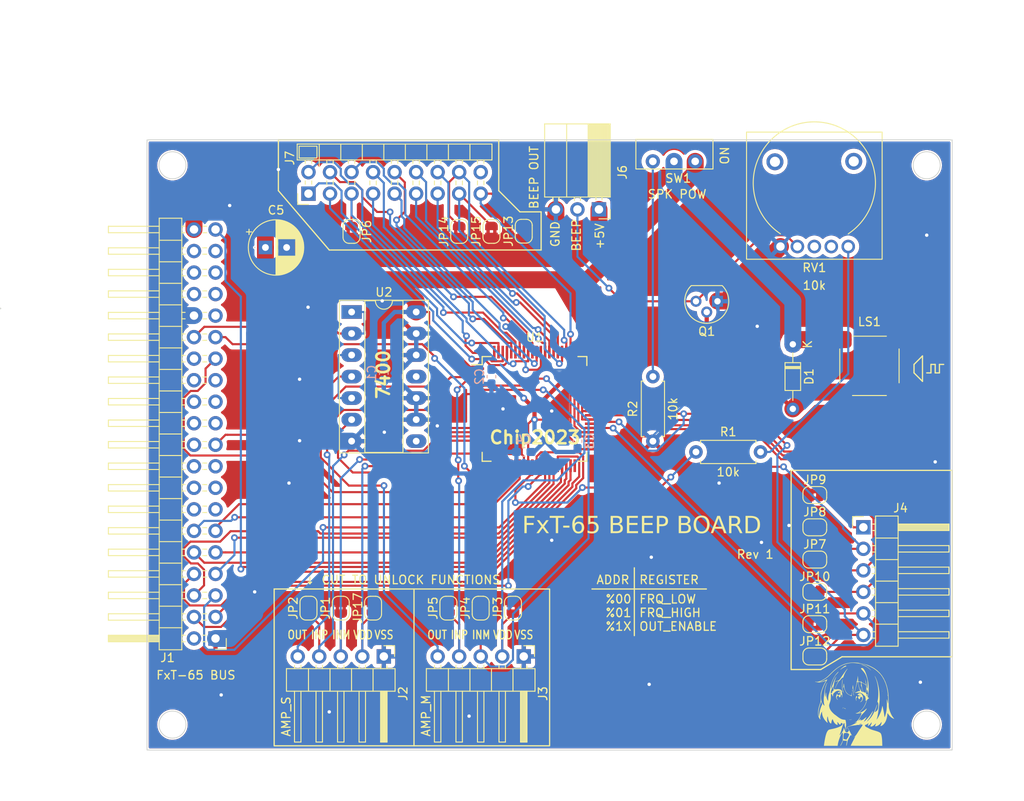
<source format=kicad_pcb>
(kicad_pcb (version 20241229) (generator "pcbnew") (generator_version "9.0")
  (layers (0 "F.Cu" signal) (2 "B.Cu" signal) (13 "F.Paste" user) (15 "B.Paste" user) (5 "F.SilkS" user "F.Silkscreen") (7 "B.SilkS" user "B.Silkscreen") (1 "F.Mask" user) (3 "B.Mask" user) (25 "Edge.Cuts" user))
  (net 0 "")
  (net 1 "+5V")
  (net 2 "GND")
  (net 3 "Net-(D1-K)")
  (net 4 "Net-(D1-A)")
  (net 5 "/RS")
  (net 6 "/D0")
  (net 7 "/D1")
  (net 8 "/D2")
  (net 9 "/D3")
  (net 10 "/D4")
  (net 11 "/D5")
  (net 12 "/D6")
  (net 13 "/D7")
  (net 14 "/A0")
  (net 15 "/A1")
  (net 16 "/A2")
  (net 17 "/A3")
  (net 18 "/A4")
  (net 19 "/A5")
  (net 20 "/A6")
  (net 21 "/A7")
  (net 22 "/A8")
  (net 23 "/A9")
  (net 24 "/A10")
  (net 25 "/A11")
  (net 26 "/A12")
  (net 27 "/A13")
  (net 28 "/A14")
  (net 29 "/A15")
  (net 30 "/ph2")
  (net 31 "/IRQ")
  (net 32 "/WE")
  (net 33 "/YMZ")
  (net 34 "/CRTC")
  (net 35 "/Vsync")
  (net 40 "/4M")
  (net 41 "/16M")
  (net 42 "Net-(J2-Pin_2)")
  (net 43 "Net-(J2-Pin_3)")
  (net 44 "Net-(J2-Pin_4)")
  (net 45 "Net-(J2-Pin_5)")
  (net 46 "Net-(J3-Pin_2)")
  (net 47 "Net-(J3-Pin_3)")
  (net 48 "Net-(J3-Pin_4)")
  (net 49 "Net-(J3-Pin_5)")
  (net 50 "Net-(J4-Pin_1)")
  (net 51 "Net-(J4-Pin_2)")
  (net 52 "Net-(J4-Pin_3)")
  (net 53 "Net-(J4-Pin_4)")
  (net 54 "Net-(J4-Pin_5)")
  (net 55 "Net-(J4-Pin_6)")
  (net 56 "Net-(J7-Pin_1)")
  (net 57 "Net-(J7-Pin_2)")
  (net 58 "Net-(J7-Pin_3)")
  (net 59 "Net-(J7-Pin_4)")
  (net 60 "Net-(J7-Pin_5)")
  (net 61 "Net-(J7-Pin_6)")
  (net 62 "Net-(J7-Pin_7)")
  (net 63 "Net-(J7-Pin_8)")
  (net 64 "Net-(J7-Pin_9)")
  (net 65 "Net-(J7-Pin_10)")
  (net 66 "Net-(J7-Pin_11)")
  (net 67 "Net-(J7-Pin_12)")
  (net 68 "Net-(J7-Pin_13)")
  (net 69 "Net-(J7-Pin_14)")
  (net 70 "Net-(J7-Pin_15)")
  (net 71 "Net-(J7-Pin_16)")
  (net 72 "Net-(J7-Pin_17)")
  (net 73 "Net-(J6-Pin_2)")
  (net 74 "Net-(U1-S_PSG_OUT_SQ)")
  (net 75 "Net-(R1-Pad2)")
  (net 76 "Net-(SW1-C)")
  (net 88 "Net-(U1-S_PSG_CS)")
  (net 96 "Net-(U2-Pad3)")
  (footprint "Jumper:SolderJumper-2_P1.3mm_Bridged2Bar_RoundedPad1.0x1.5mm" (layer "F.Cu") (at 142.295 124.46)
    (property "Reference" "JP12")
    (property "Value" "SolderJumper_2_Bridged")
  )
  (footprint "Capacitor_THT:CP_Radial_D6.3mm_P2.50mm" (layer "F.Cu") (at 77.47 76.2)
    (property "Reference" "C5")
    (property "Value" "10u")
  )
  (footprint "Connector_PinHeader_2.54mm:PinHeader_1x05_P2.54mm_Horizontal" (layer "F.Cu") (at 107.95 124.46 -90)
    (property "Reference" "J3")
    (property "Value" "Conn_01x05_Pin")
  )
  (footprint "Resistor_THT:R_Axial_DIN0207_L6.3mm_D2.5mm_P7.62mm_Horizontal" (layer "F.Cu") (at 123.19 99.06 90)
    (property "Reference" "R2")
    (property "Value" "10k")
  )
  (footprint "Jumper:SolderJumper-2_P1.3mm_Bridged2Bar_RoundedPad1.0x1.5mm" (layer "F.Cu") (at 102.87 118.76 90)
    (property "Reference" "JP4")
    (property "Value" "SolderJumper_2_Bridged")
  )
  (footprint "Jumper:SolderJumper-2_P1.3mm_Bridged2Bar_RoundedPad1.0x1.5mm" (layer "F.Cu") (at 107.95 74.28 90)
    (property "Reference" "JP13")
    (property "Value" "SolderJumper_2_Bridged")
  )
  (footprint "Jumper:SolderJumper-2_P1.3mm_Bridged2Bar_RoundedPad1.0x1.5mm" (layer "F.Cu") (at 142.295 113.03)
    (property "Reference" "JP7")
    (property "Value" "SolderJumper_2_Bridged")
  )
  (footprint "Jumper:SolderJumper-2_P1.3mm_Bridged2Bar_RoundedPad1.0x1.5mm" (layer "F.Cu") (at 100.33 74.31 90)
    (property "Reference" "JP14")
    (property "Value" "SolderJumper_2_Bridged")
  )
  (footprint "Library:UGCT7525AN4" (layer "F.Cu") (at 148.74 90.17)
    (property "Reference" "LS1")
    (property "Value" "Speaker")
  )
  (footprint "Jumper:SolderJumper-2_P1.3mm_Bridged2Bar_RoundedPad1.0x1.5mm" (layer "F.Cu") (at 142.295 109.22)
    (property "Reference" "JP8")
    (property "Value" "SolderJumper_2_Bridged")
  )
  (footprint "Jumper:SolderJumper-2_P1.3mm_Bridged2Bar_RoundedPad1.0x1.5mm" (layer "F.Cu") (at 86.36 118.76 90)
    (property "Reference" "JP1")
    (property "Value" "SolderJumper_2_Bridged")
  )
  (footprint "Library:ISH-1260-HA-G" (layer "F.Cu") (at 121.18 63.44)
    (property "Reference" "SW1")
    (property "Value" "SW_SPDT")
  )
  (footprint "Jumper:SolderJumper-2_P1.3mm_Bridged2Bar_RoundedPad1.0x1.5mm" (layer "F.Cu") (at 106.68 118.76 90)
    (property "Reference" "JP3")
    (property "Value" "SolderJumper_2_Bridged")
  )
  (footprint "LOGO" (layer "F.Cu") (at 147 130)
    (property "Reference" "G***" (hide yes))
    (property "Value" "LOGO" (hide yes))
  )
  (footprint "Jumper:SolderJumper-2_P1.3mm_Bridged2Bar_RoundedPad1.0x1.5mm" (layer "F.Cu") (at 87.63 74.31 -90)
    (property "Reference" "JP6")
    (property "Value" "SolderJumper_2_Bridged")
  )
  (footprint "Connector_PinHeader_2.54mm:PinHeader_2x20_P2.54mm_Horizontal" (layer "F.Cu") (at 71.58 122.34 180)
    (property "Reference" "J1")
    (property "Value" "Conn_01x40_Pin")
  )
  (footprint "Resistor_THT:R_Axial_DIN0207_L6.3mm_D2.5mm_P7.62mm_Horizontal" (layer "F.Cu") (at 128.27 100.33)
    (property "Reference" "R1")
    (property "Value" "10k")
  )
  (footprint "Connector_PinSocket_2.54mm:PinSocket_1x03_P2.54mm_Horizontal" (layer "F.Cu") (at 116.825 71.71 -90)
    (property "Reference" "J6")
    (property "Value" "Conn_01x03_Pin")
  )
  (footprint "Diode_THT:D_DO-34_SOD68_P7.62mm_Horizontal" (layer "F.Cu") (at 139.7 87.625 -90)
    (property "Reference" "D1")
    (property "Value" "D")
  )
  (footprint "Connector_PinHeader_2.54mm:PinHeader_2x09_P2.54mm_Horizontal" (layer "F.Cu") (at 82.55 69.85 90)
    (property "Reference" "J7")
    (property "Value" "Conn_01x18_Pin" (hide yes))
  )
  (footprint "Jumper:SolderJumper-2_P1.3mm_Bridged2Bar_RoundedPad1.0x1.5mm" (layer "F.Cu") (at 142.295 105.41)
    (property "Reference" "JP9")
    (property "Value" "SolderJumper_2_Bridged")
  )
  (footprint "Jumper:SolderJumper-2_P1.3mm_Bridged2Bar_RoundedPad1.0x1.5mm" (layer "F.Cu") (at 142.295 116.84)
    (property "Reference" "JP10")
    (property "Value" "SolderJumper_2_Bridged")
  )
  (footprint "Package_TO_SOT_THT:TO-92" (layer "F.Cu") (at 130.81 82.55 180)
    (property "Reference" "Q1")
    (property "Value" "2SC1815")
  )
  (footprint "Jumper:SolderJumper-2_P1.3mm_Bridged2Bar_RoundedPad1.0x1.5mm" (layer "F.Cu") (at 99.06 118.76 90)
    (property "Reference" "JP5")
    (property "Value" "SolderJumper_2_Bridged")
  )
  (footprint "Connector_PinHeader_2.54mm:PinHeader_1x06_P2.54mm_Horizontal" (layer "F.Cu") (at 148.025 109.22)
    (property "Reference" "J4")
    (property "Value" "Conn_01x06_Pin")
  )
  (footprint "Package_QFP:TQFP-80_12x12mm_P0.5mm" (layer "F.Cu") (at 109.22 95.25)
    (property "Reference" "U1")
    (property "Value" "chip2023")
  )
  (footprint "Library:RK10J12E0A0A" (layer "F.Cu") (at 142.24 73.59)
    (property "Reference" "RV1")
    (property "Value" "10k")
  )
  (footprint "Package_DIP:DIP-14_W7.62mm_Socket_LongPads" (layer "F.Cu") (at 87.64 83.815)
    (property "Reference" "U2")
    (property "Value" "74HC00")
  )
  (footprint "Jumper:SolderJumper-2_P1.3mm_Bridged2Bar_RoundedPad1.0x1.5mm" (layer "F.Cu") (at 82.55 118.76 90)
    (property "Reference" "JP2")
    (property "Value" "SolderJumper_2_Bridged")
  )
  (footprint "Jumper:SolderJumper-2_P1.3mm_Bridged2Bar_RoundedPad1.0x1.5mm" (layer "F.Cu") (at 142.295 120.65)
    (property "Reference" "JP11")
    (property "Value" "SolderJumper_2_Bridged")
  )
  (footprint "Jumper:SolderJumper-2_P1.3mm_Bridged2Bar_RoundedPad1.0x1.5mm" (layer "F.Cu") (at 90.17 118.76 90)
    (property "Reference" "JP17")
    (property "Value" "SolderJumper_2_Bridged")
  )
  (footprint "Connector_PinHeader_2.54mm:PinHeader_1x05_P2.54mm_Horizontal" (layer "F.Cu") (at 91.44 124.46 -90)
    (property "Reference" "J2")
    (property "Value" "Conn_01x05_Pin")
  )
  (footprint "Jumper:SolderJumper-2_P1.3mm_Bridged2Bar_RoundedPad1.0x1.5mm" (layer "F.Cu") (at 104.14 74.31 90)
    (property "Reference" "JP15")
    (property "Value" "SolderJumper_2_Bridged")
  )
  (footprint "Capacitor_SMD:C_0603_1608Metric_Pad1.08x0.95mm_HandSolder" (layer "B.Cu") (at 114.3 99.06 90)
    (property "Reference" "C3")
    (property "Value" "0.1u")
  )
  (footprint "Capacitor_SMD:C_0603_1608Metric_Pad1.08x0.95mm_HandSolder" (layer "B.Cu") (at 104.14 91.44 -90)
    (property "Reference" "C2")
    (property "Value" "0.1u")
  )
  (footprint "Capacitor_SMD:C_0603_1608Metric_Pad1.08x0.95mm_HandSolder" (layer "B.Cu") (at 91.44 91.0325 -90)
    (property "Reference" "C1")
    (property "Value" "0.1u")
  )
  (footprint "Capacitor_SMD:C_0603_1608Metric_Pad1.08x0.95mm_HandSolder" (layer "B.Cu") (at 107.95 100.33 180)
    (property "Reference" "C4")
    (property "Value" "0.1u")
  )
  (gr_line (start 139.5 126) (end 143 126) (stroke (width 0.15)) (layer "F.SilkS"))
  (gr_line (start 156 90) (end 156.5 90) (stroke (width 0.15)) (layer "F.SilkS"))
  (gr_line (start 155 92) (end 154 91) (stroke (width 0.15)) (layer "F.SilkS"))
  (gr_line (start 116 116.5) (end 129.5 116.5) (stroke (width 0.15)) (layer "F.SilkS"))
  (gr_rect (start 78.5 116.5) (end 111 135) (stroke (width 0.15)) (fill no) (layer "F.SilkS"))
  (gr_line (start 110 76.5) (end 110 72) (stroke (width 0.15)) (layer "F.SilkS"))
  (gr_line (start 157 90) (end 157.5 90) (stroke (width 0.15)) (layer "F.SilkS"))
  (gr_line (start 157 91) (end 157 90) (stroke (width 0.15)) (layer "F.SilkS"))
  (gr_line (start 95 135) (end 95 116.5) (stroke (width 0.15)) (layer "F.SilkS"))
  (gr_line (start 143 126) (end 145.5 124.5) (stroke (width 0.15)) (layer "F.SilkS"))
  (gr_line (start 105 69.5) (end 105 63.5) (stroke (width 0.15)) (layer "F.SilkS"))
  (gr_line (start 158.5 102.5) (end 139.5 102.5) (stroke (width 0.15)) (layer "F.SilkS"))
  (gr_line (start 158.5 124.5) (end 158.5 102.5) (stroke (width 0.15)) (layer "F.SilkS"))
  (gr_line (start 79 63.5) (end 79 69.5) (stroke (width 0.15)) (layer "F.SilkS"))
  (gr_line (start 156.5 90) (end 156.5 91) (stroke (width 0.15)) (layer "F.SilkS"))
  (gr_line (start 155.5 91) (end 156 91) (stroke (width 0.15)) (layer "F.SilkS"))
  (gr_line (start 110 72) (end 107.5 72) (stroke (width 0.15)) (layer "F.SilkS"))
  (gr_line (start 121 114) (end 121 122) (stroke (width 0.15)) (layer "F.SilkS"))
  (gr_line (start 85 76.5) (end 110 76.5) (stroke (width 0.15)) (layer "F.SilkS"))
  (gr_line (start 156.5 91) (end 157 91) (stroke (width 0.15)) (layer "F.SilkS"))
  (gr_line (start 105 63.5) (end 79 63.5) (stroke (width 0.15)) (layer "F.SilkS"))
  (gr_line (start 79 69.5) (end 85 76.5) (stroke (width 0.15)) (layer "F.SilkS"))
  (gr_line (start 154 90) (end 155 89) (stroke (width 0.15)) (layer "F.SilkS"))
  (gr_line (start 145.5 124.5) (end 158.5 124.5) (stroke (width 0.15)) (layer "F.SilkS"))
  (gr_line (start 107.5 72) (end 105 69.5) (stroke (width 0.15)) (layer "F.SilkS"))
  (gr_line (start 154 91) (end 154 90) (stroke (width 0.15)) (layer "F.SilkS"))
  (gr_line (start 155 89) (end 155 92) (stroke (width 0.15)) (layer "F.SilkS"))
  (gr_line (start 139.5 102.5) (end 139.5 126) (stroke (width 0.15)) (layer "F.SilkS"))
  (gr_line (start 156 91) (end 156 90) (stroke (width 0.15)) (layer "F.SilkS"))
  (gr_rect (start 63.5 63.5) (end 158.5 135.5) (stroke (width 0.1)) (fill no) (layer "Edge.Cuts"))
  (gr_circle (center 66.5 66.5) (end 68.1 66.5) (stroke (width 0.1)) (fill no) (layer "Edge.Cuts"))
  (gr_circle (center 46.2 83.4) (end 46.2 83.4) (stroke (width 0.1)) (fill no) (layer "Edge.Cuts"))
  (gr_circle (center 155.5 66.5) (end 157.1 66.5) (stroke (width 0.1)) (fill no) (layer "Edge.Cuts"))
  (gr_circle (center 155.5 132.5) (end 157.1 132.5) (stroke (width 0.1)) (fill no) (layer "Edge.Cuts"))
  (gr_circle (center 66.5 132.5) (end 68.1 132.5) (stroke (width 0.1)) (fill no) (layer "Edge.Cuts"))
  (gr_circle (center 76.2 76.2) (end 76.2 76.2) (stroke (width 0.1)) (fill no) (layer "Edge.Cuts"))
  (gr_text "FxT-65 BUS" (at 64.5 127.25 0) (layer "F.SilkS") (effects (font (size 1 1)) (justify left bottom)))
  (gr_text "VDD" (at 87.75 122.5 0) (layer "F.SilkS") (effects (font (size 1 0.8)) (justify left bottom)))
  (gr_text "ON" (at 132.25 66.5 90) (layer "F.SilkS") (effects (font (size 1 1)) (justify left bottom)))
  (gr_text "OUT" (at 96.5 122.5 0) (layer "F.SilkS") (effects (font (size 1 0.8)) (justify left bottom)))
  (gr_text "VDD" (at 104.25 122.5 0) (layer "F.SilkS") (effects (font (size 1 0.8)) (justify left bottom)))
  (gr_text "FxT-65 BEEP BOARD" (at 107.75 110.25 0) (layer "F.SilkS") (effects (font (size 2 2)) (justify left bottom)))
  (gr_text "SPK POW" (at 122.5 70.5 0) (layer "F.SilkS") (effects (font (size 1 1)) (justify left bottom)))
  (gr_text "INM" (at 85.25 122.5 0) (layer "F.SilkS") (effects (font (size 1 0.8)) (justify left bottom)))
  (gr_text "VSS" (at 90.25 122.5 0) (layer "F.SilkS") (effects (font (size 1 0.8)) (justify left bottom)))
  (gr_text "ADDR" (at 120.5 116 0) (layer "F.SilkS") (effects (font (size 1 1)) (justify right bottom)))
  (gr_text "%00\n%01\n%1X" (at 117.5 121.5 0) (layer "F.SilkS") (effects (font (size 1 1)) (justify left bottom)))
  (gr_text "7400" (at 92.25 94.25 90) (layer "F.SilkS") (effects (font (size 1.5 1.5) (thickness 0.3) (bold yes)) (justify left bottom)))
  (gr_text "FRQ_LOW\nFRQ_HIGH\nOUT_ENABLE" (at 121.5 121.5 0) (layer "F.SilkS") (effects (font (size 1 1)) (justify left bottom)))
  (gr_text "Rev 1" (at 133 113 0) (layer "F.SilkS") (effects (font (size 1 1)) (justify left bottom)))
  (gr_text "BEEP OUT" (at 109.75 71.75 90) (layer "F.SilkS") (effects (font (size 1 1)) (justify left bottom)))
  (gr_text "+5V" (at 117.5 76.5 90) (layer "F.SilkS") (effects (font (size 1 1)) (justify left bottom)))
  (gr_text "AMP_M" (at 97 134 90) (layer "F.SilkS") (effects (font (size 1 1)) (justify left bottom)))
  (gr_text "INP" (at 82.75 122.5 0) (layer "F.SilkS") (effects (font (size 1 0.8)) (justify left bottom)))
  (gr_text "GND" (at 112.25 76.25 90) (layer "F.SilkS") (effects (font (size 1 1)) (justify left bottom)))
  (gr_text "↓ CUT TO UNLOCK FUNCTIONS" (at 82 116 0) (layer "F.SilkS") (effects (font (size 1 1)) (justify left bottom)))
  (gr_text "Chip2023" (at 103.75 99.5 0) (layer "F.SilkS") (effects (font (size 1.5 1.5) (thickness 0.3) (bold yes)) (justify left bottom)))
  (gr_text "VSS" (at 106.75 122.5 0) (layer "F.SilkS") (effects (font (size 1 0.8)) (justify left bottom)))
  (gr_text "BEEP" (at 114.75 76.75 90) (layer "F.SilkS") (effects (font (size 1 1)) (justify left bottom)))
  (gr_text "OUT" (at 80 122.5 0) (layer "F.SilkS") (effects (font (size 1 0.8)) (justify left bottom)))
  (gr_text "REGISTER" (at 121.5 116 0) (layer "F.SilkS") (effects (font (size 1 1)) (justify left bottom)))
  (gr_text "AMP_S" (at 80.5 134 90) (layer "F.SilkS") (effects (font (size 1 1)) (justify left bottom)))
  (gr_text "INM" (at 101.75 122.5 0) (layer "F.SilkS") (effects (font (size 1 0.8)) (justify left bottom)))
  (gr_text "INP" (at 99.25 122.5 0) (layer "F.SilkS") (effects (font (size 1 0.8)) (justify left bottom)))
  (segment (start 78.74 80.01) (end 92.71 80.01) (width 2) (layer "F.Cu") (net 1))
  (segment (start 115.57 88.9) (end 115.57 80.01) (width 0.5) (layer "F.Cu") (net 1))
  (segment (start 77.47 76.2) (end 77.47 78.74) (width 2) (layer "F.Cu") (net 1))
  (segment (start 116.825 71.71) (end 116.825 74.945) (width 2) (layer "F.Cu") (net 1))
  (segment (start 118.715 76.835) (end 118.745 76.835) (width 2) (layer "F.Cu") (net 1))
  (segment (start 115.92 100) (end 114.7561 100) (width 0.25) (layer "F.Cu") (net 1))
  (segment (start 92.71 80.01) (end 115.57 80.01) (width 2) (layer "F.Cu") (net 1))
  (segment (start 109.22 96.52) (end 109.22 96.2635) (width 0.5) (layer "F.Cu") (net 1))
  (segment (start 69.04 74.08) (end 69.04 70.66) (width 2) (layer "F.Cu") (net 1))
  (segment (start 108.47 97.0135) (end 108.47 101.95) (width 0.25) (layer "F.Cu") (net 1))
  (segment (start 111.2761 96.52) (end 109.22 96.52) (width 0.25) (layer "F.Cu") (net 1))
  (segment (start 69.04 70.66) (end 71.12 68.58) (width 2) (layer "F.Cu") (net 1))
  (segment (start 102.42 90.4) (end 102.52 90.5) (width 0.25) (layer "F.Cu") (net 1))
  (segment (start 95.26 82.56) (end 95.26 83.815) (width 2) (layer "F.Cu") (net 1))
  (segment (start 118.745 76.835) (end 128.18 67.4) (width 2) (layer "F.Cu") (net 1))
  (segment (start 77.47 71.12) (end 77.47 76.2) (width 2) (layer "F.Cu") (net 1))
  (segment (start 128.18 67.4) (end 128.18 66.04) (width 2) (layer "F.Cu") (net 1))
  (segment (start 109.22 95.25) (end 107.95 93.98) (width 0.5) (layer "F.Cu") (net 1))
  (segment (start 71.12 68.58) (end 74.93 68.58) (width 2) (layer "F.Cu") (net 1))
  (segment (start 109.22 96.2635) (end 108.47 97.0135) (width 0.25) (layer "F.Cu") (net 1))
  (segment (start 77.47 78.74) (end 78.74 80.01) (width 2) (layer "F.Cu") (net 1))
  (segment (start 74.93 68.58) (end 77.47 71.12) (width 2) (layer "F.Cu") (net 1))
  (segment (start 101.7314 90.4) (end 101.845 90.4) (width 0.25) (layer "F.Cu") (net 1))
  (segment (start 114.7561 100) (end 111.2761 96.52) (width 0.25) (layer "F.Cu") (net 1))
  (segment (start 96.7869 83.815) (end 96.7869 85.4555) (width 0.25) (layer "F.Cu") (net 1))
  (segment (start 101.845 90.4) (end 102.42 90.4) (width 0.5) (layer "F.Cu") (net 1))
  (segment (start 96.7869 85.4555) (end 101.7314 90.4) (width 0.25) (layer "F.Cu") (net 1))
  (segment (start 102.42 90.4) (end 102.52 90.4) (width 0.5) (layer "F.Cu") (net 1))
  (segment (start 109.22 96.2635) (end 109.22 95.25) (width 0.5) (layer "F.Cu") (net 1))
  (segment (start 116.825 74.945) (end 118.715 76.835) (width 2) (layer "F.Cu") (net 1))
  (segment (start 95.26 83.815) (end 96.7869 83.815) (width 0.25) (layer "F.Cu") (net 1))
  (segment (start 92.71 80.01) (end 95.26 82.56) (width 2) (layer "F.Cu") (net 1))
  (segment (start 115.57 80.01) (end 118.745 76.835) (width 2) (layer "F.Cu") (net 1))
  (segment (start 109.22 95.25) (end 115.57 88.9) (width 0.5) (layer "F.Cu") (net 1))
  (via (at 109.22 96.52) (size 0.8) (drill 0.4) (layers "F.Cu" "B.Cu") (net 1))
  (via (at 107.95 93.98) (size 0.8) (drill 0.4) (layers "F.Cu" "B.Cu") (net 1))
  (segment (start 104.548 90.5775) (end 104.14 90.5775) (width 0.5) (layer "B.Cu") (net 1))
  (segment (start 107.95 93.98) (end 104.548 90.5775) (width 0.5) (layer "B.Cu") (net 1))
  (segment (start 109.22 97.79) (end 109.22 96.52) (width 0.5) (layer "B.Cu") (net 1))
  (segment (start 91.44 85.09) (end 92.715 83.815) (width 0.5) (layer "B.Cu") (net 1))
  (segment (start 109.17 100.33) (end 108.8125 100.33) (width 0.5) (layer "B.Cu") (net 1))
  (segment (start 91.44 90.17) (end 91.44 85.09) (width 0.5) (layer "B.Cu") (net 1))
  (segment (start 110.465 99.035) (end 109.17 100.33) (width 0.5) (layer "B.Cu") (net 1))
  (segment (start 111.76 100.33) (end 110.465 99.035) (width 0.5) (layer "B.Cu") (net 1))
  (segment (start 113.892 100.33) (end 114.3 99.9225) (width 0.5) (layer "B.Cu") (net 1))
  (segment (start 111.76 100.33) (end 113.892 100.33) (width 0.5) (layer "B.Cu") (net 1))
  (segment (start 92.715 83.815) (end 95.26 83.815) (width 0.5) (layer "B.Cu") (net 1))
  (segment (start 110.465 99.035) (end 109.22 97.79) (width 0.5) (layer "B.Cu") (net 1))
  (segment (start 113.4608 93.1508) (end 114.6116 92) (width 0.25) (layer "F.Cu") (net 2))
  (segment (start 93.98 118.11) (end 99.06 118.11) (width 0.5) (layer "F.Cu") (net 2))
  (segment (start 77.47 118.11) (end 76.2 116.84) (width 0.5) (layer "F.Cu") (net 2))
  (segment (start 108.327 76.2) (end 111.745 72.7821) (width 2) (layer "F.Cu") (net 2))
  (segment (start 107.97 101.95) (end 107.97 100.8731) (width 0.25) (layer "F.Cu") (net 2))
  (segment (start 107.92 74.96) (end 107.95 74.93) (width 0.25) (layer "F.Cu") (net 2))
  (segment (start 107.92 75.793) (end 108.327 76.2) (width 0.25) (layer "F.Cu") (net 2))
  (segment (start 113.4608 97.4353) (end 113.4608 96) (width 0.25) (layer "F.Cu") (net 2))
  (segment (start 114.8431 92) (end 115.92 92) (width 0.25) (layer "F.Cu") (net 2))
  (segment (start 122.63 98.5) (end 115.92 98.5) (width 0.25) (layer "F.Cu") (net 2))
  (segment (start 87.63 74.96) (end 87.63 76.2) (width 0.25) (layer "F.Cu") (net 2))
  (segment (start 136.565 118.11) (end 107.266 118.11) (width 0.5) (layer "F.Cu") (net 2))
  (segment (start 129.54 105.41) (end 141.645 105.41) (width 0.25) (layer "F.Cu") (net 2))
  (segment (start 86.36 118.11) (end 82.55 118.11) (width 0.5) (layer "F.Cu") (net 2))
  (segment (start 130.8481 82.5119) (end 130.81 82.55) (width 0.25) (layer "F.Cu") (net 2))
  (segment (start 141.645 116.84) (end 141.645 120.65) (width 0.5) (layer "F.Cu") (net 2))
  (segment (start 90.17 118.11) (end 93.98 118.11) (width 0.5) (layer "F.Cu") (net 2))
  (segment (start 114.8431 90.5) (end 114.8431 92) (width 0.25) (layer "F.Cu") (net 2))
  (segment (start 87.63 76.2) (end 108.327 76.2) (width 2) (layer "F.Cu") (net 2))
  (segment (start 106.5969 99.5) (end 103.5969 99.5) (width 0.25) (layer "F.Cu") (net 2))
  (segment (start 111.745 72.7821) (end 111.745 71.71) (width 2) (layer "F.Cu") (net 2))
  (segment (start 107.97 100.8731) (end 106.5969 99.5) (width 0.25) (layer "F.Cu") (net 2))
  (segment (start 107.266 118.11) (end 106.68 118.11) (width 0.5) (layer "F.Cu") (net 2))
  (segment (start 102.87 118.11) (end 106.68 118.11) (width 0.5) (layer "F.Cu") (net 2))
  (segment (start 95.105 86.355) (end 94 85.25) (width 0.5) (layer "F.Cu") (net 2))
  (segment (start 103.5952 93.5) (end 104 93.9048) (width 0.25) (layer "F.Cu") (net 2))
  (segment (start 82.55 118.11) (end 77.47 118.11) (width 0.5) (layer "F.Cu") (net 2))
  (segment (start 91.44 124.46) (end 91.44 120.65) (width 0.5) (layer "F.Cu") (net 2))
  (segment (start 138.24 76.09) (end 131.818 82.5119) (width 2) (layer "F.Cu") (net 2))
  (segment (start 99.06 118.11) (end 102.87 118.11) (width 0.5) (layer "F.Cu") (net 2))
  (segment (start 113 96.9745) (end 113 96.4608) (width 0.25) (layer "F.Cu") (net 2))
  (segment (start 123.19 99.06) (end 122.63 98.5) (width 0.25) (layer "F.Cu") (net 2))
  (segment (start 107.95 118.794) (end 107.266 118.11) (width 0.5) (layer "F.Cu") (net 2))
  (segment (start 141.645 105.41) (end 141.645 109.22) (width 0.5) (layer "F.Cu") (net 2))
  (segment (start 130.8481 82.5119) (end 130.848 82.5119) (width 2) (layer "F.Cu") (net 2))
  (segment (start 104.14 74.96) (end 107.92 74.96) (width 0.25) (layer "F.Cu") (net 2))
  (segment (start 102.52 93.5) (end 103.5952 93.5) (width 0.25) (layer "F.Cu") (net 2))
  (segment (start 114.5255 98.5) (end 113 96.9745) (width 0.25) (layer "F.Cu") (net 2))
  (segment (start 141.645 113.03) (end 136.565 118.11) (width 0.5) (layer "F.Cu") (net 2))
  (segment (start 107.266 118.11) (end 106.68 118.11) (width 0.5) (layer "F.Cu") (net 2))
  (segment (start 103.5969 94.3079) (end 103.5969 99.5) (width 0.25) (layer "F.Cu") (net 2))
  (segment (start 107.95 124.46) (end 107.95 118.794) (width 0.5) (layer "F.Cu") (net 2))
  (segment (start 115.92 90.5) (end 114.8431 90.5) (width 0.25) (layer "F.Cu") (net 2))
  (segment (start 104 93.9048) (end 103.5969 94.3079) (width 0.25) (layer "F.Cu") (net 2))
  (segment (start 115.92 98.5) (end 114.5255 98.5) (width 0.25) (layer "F.Cu") (net 2))
  (segment (start 95.26 93.975) (end 96.7869 93.975) (width 0.25) (layer "F.Cu") (net 2))
  (segment (start 95.26 86.355) (end 95.105 86.355) (width 0.5) (layer "F.Cu") (net 2))
  (segment (start 141.645 113.03) (end 141.645 116.84) (width 0.5) (layer "F.Cu") (net 2))
  (segment (start 100.3192 93.975) (end 100.7942 93.5) (width 0.25) (layer "F.Cu") (net 2))
  (segment (start 107.47 87.1867) (end 107.47 88.55) (width 0.25) (layer "F.Cu") (net 2))
  (segment (start 90.17 118.11) (end 86.36 118.11) (width 0.5) (layer "F.Cu") (net 2))
  (segment (start 96.7869 93.975) (end 100.3192 93.975) (width 0.25) (layer "F.Cu") (net 2))
  (segment (start 100.7942 93.5) (end 102.52 93.5) (width 0.25) (layer "F.Cu") (net 2))
  (segment (start 103.5969 99.5) (end 102.52 99.5) (width 0.25) (layer "F.Cu") (net 2))
  (segment (start 123.19 99.06) (end 129.54 105.41) (width 0.25) (layer "F.Cu") (net 2))
  (segment (start 91.44 120.65) (end 93.98 118.11) (width 0.5) (layer "F.Cu") (net 2))
  (segment (start 79.97 76.2) (end 87.63 76.2) (width 2) (layer "F.Cu") (net 2))
  (segment (start 131.818 82.5119) (end 130.8481 82.5119) (width 2) (layer "F.Cu") (net 2))
  (segment (start 105.8218 85.5385) (end 107.47 87.1867) (width 0.25) (layer "F.Cu") (net 2))
  (segment (start 113 96.4608) (end 113.4608 96) (width 0.25) (layer "F.Cu") (net 2))
  (segment (start 141.645 109.22) (end 141.645 113.03) (width 0.5) (layer "F.Cu") (net 2))
  (segment (start 113.4608 96) (end 113.4608 93.1508) (width 0.25) (layer "F.Cu") (net 2))
  (segment (start 141.645 120.65) (end 141.645 124.46) (width 0.5) (layer "F.Cu") (net 2))
  (segment (start 107.92 74.96) (end 107.92 75.793) (width 0.25) (layer "F.Cu") (net 2))
  (segment (start 114.6116 92) (end 114.8431 92) (width 0.25) (layer "F.Cu") (net 2))
  (segment (start 100.33 74.96) (end 104.14 74.96) (width 0.25) (layer "F.Cu") (net 2))
  (via (at 155.5 74.75) (size 0.8) (drill 0.4) (layers "F.Cu" "B.Cu") (net 2))
  (via (at 76.2 116.84) (size 0.8) (drill 0.4) (layers "F.Cu" "B.Cu") (net 2))
  (via (at 97.75 97.25) (size 0.8) (drill 0.4) (layers "F.Cu" "B.Cu") (net 2))
  (via (at 80.25 104) (size 0.8) (drill 0.4) (layers "F.Cu" "B.Cu") (net 2))
  (via (at 154.75 127.5) (size 0.8) (drill 0.4) (layers "F.Cu" "B.Cu") (net 2))
  (via (at 73.25 71.25) (size 0.8) (drill 0.4) (layers "F.Cu" "B.Cu") (net 2))
  (via (at 85 131) (size 0.8) (drill 0.4) (layers "F.Cu" "B.Cu") (net 2))
  (via (at 123 112.75) (size 0.8) (drill 0.4) (layers "F.Cu" "B.Cu") (net 2))
  (via (at 139.25 109) (size 0.8) (drill 0.4) (layers "F.Cu" "B.Cu") (net 2))
  (via (at 135.5 85.5) (size 0.8) (drill 0.4) (layers "F.Cu" "B.Cu") (net 2))
  (via (at 91.5 98) (size 0.8) (drill 0.4) (layers "F.Cu" "B.Cu") (net 2))
  (via (at 111.25 110.75) (size 0.8) (drill 0.4) (layers "F.Cu" "B.Cu") (net 2))
  (via (at 105.8218 85.5385) (size 0.8) (drill 0.4) (layers "F.Cu" "B.Cu") (net 2))
  (via (at 131 104) (size 0.8) (drill 0.4) (layers "F.Cu" "B.Cu") (net 2))
  (via (at 101.5 131.5) (size 0.8) (drill 0.4) (layers "F.Cu" "B.Cu") (net 2))
  (via (at 156.5 101.5) (size 0.8) (drill 0.4) (layers "F.Cu" "B.Cu") (net 2))
  (via (at 105.5 95.25) (size 0.8) (drill 0.4) (layers "F.Cu" "B.Cu") (net 2))
  (via (at 81.5 91.75) (size 0.8) (drill 0.4) (layers "F.Cu" "B.Cu") (net 2))
  (via (at 136 111) (size 0.8) (drill 0.4) (layers "F.Cu" "B.Cu") (net 2))
  (via (at 111.25 95.5) (size 0.8) (drill 0.4) (layers "F.Cu" "B.Cu") (net 2))
  (via (at 91.25 82.5) (size 0.8) (drill 0.4) (layers "F.Cu" "B.Cu") (net 2))
  (via (at 81.5 99) (size 0.8) (drill 0.4) (layers "F.Cu" "B.Cu") (net 2))
  (via (at 82.5 83.25) (size 0.8) (drill 0.4) (layers "F.Cu" "B.Cu") (net 2))
  (via (at 79 67) (size 0.8) (drill 0.4) (layers "F.Cu" "B.Cu") (net 2))
  (via (at 122.75 127.75) (size 0.8) (drill 0.4) (layers "F.Cu" "B.Cu") (net 2))
  (via (at 72.25 129) (size 0.8) (drill 0.4) (layers "F.Cu" "B.Cu") (net 2))
  (segment (start 105.5 96.662015) (end 107 95.162015) (width 0.5) (layer "B.Cu") (net 2))
  (segment (start 69.04 84.24) (end 67.8379 84.24) (width 2) (layer "B.Cu") (net 2))
  (segment (start 93.18 91.895) (end 95.26 93.975) (width 0.5) (layer "B.Cu") (net 2))
  (segment (start 87.64 99.055) (end 81.555 99.055) (width 2) (layer "B.Cu") (net 2))
  (segment (start 114.7621 90.6321) (end 111.4236 90.6321) (width 0.25) (layer "B.Cu") (net 2))
  (segment (start 104.14 100.33) (end 105.5 100.33) (width 0.5) (layer "B.Cu") (net 2))
  (segment (start 123.19 99.06) (end 114.7621 90.6321) (width 0.25) (layer "B.Cu") (net 2))
  (segment (start 66.04 82.4421) (end 66.04 73.66) (width 2) (layer "B.Cu") (net 2))
  (segment (start 79.97 74.7) (end 79.97 76.2) (width 2) (layer "B.Cu") (net 2))
  (segment (start 106.33 85.5385) (end 105.8218 85.5385) (width 0.25) (layer "B.Cu") (net 2))
  (segment (start 92.26 91.895) (end 91.44 91.895) (width 0.5) (layer "B.Cu") (net 2))
  (segment (start 104.14 92.3025) (end 107 95.162015) (width 0.5) (layer "B.Cu") (net 2))
  (segment (start 76.2 119.38) (end 76.2 116.84) (width 2) (layer "B.Cu") (net 2))
  (segment (start 77.3 72.03) (end 79.97 74.7) (width 2) (layer "B.Cu") (net 2))
  (segment (start 73.24 122.34) (end 76.2 119.38) (width 2) (layer "B.Cu") (net 2))
  (segment (start 130.81 90.808) (end 123.19 98.428) (width 0.25) (layer "B.Cu") (net 2))
  (segment (start 95.26 96.515) (end 95.26 93.975) (width 0.5) (layer "B.Cu") (net 2))
  (segment (start 76.2 116.84) (end 76.2 95.25) (width 2) (layer "B.Cu") (net 2))
  (segment (start 111.352 95.25) (end 111.25 95.5) (width 0.5) (layer "B.Cu") (net 2))
  (segment (start 91.455 102.87) (end 87.64 99.055) (width 0.5) (layer "B.Cu") (net 2))
  (segment (start 72.47 72.03) (end 73.25 71.25) (width 2) (layer "B.Cu") (net 2))
  (segment (start 107 95.162015) (end 107.088 95.25) (width 0.5) (layer "B.Cu") (net 2))
  (segment (start 95.26 88.895) (end 92.26 91.895) (width 0.5) (layer "B.Cu") (net 2))
  (segment (start 81.555 99.055) (end 81.5 99) (width 2) (layer "B.Cu") (net 2))
  (segment (start 76.2 95.25) (end 76.2 86.36) (width 2) (layer "B.Cu") (net 2))
  (segment (start 95.26 86.355) (end 95.26 88.895) (width 0.5) (layer "B.Cu") (net 2))
  (segment (start 130.81 82.55) (end 130.81 90.808) (width 0.25) (layer "B.Cu") (net 2))
  (segment (start 91.44 91.895) (end 91.44 95.255) (width 0.5) (layer "B.Cu") (net 2))
  (segment (start 123.19 98.428) (end 123.19 99.06) (width 0.25) (layer "B.Cu") (net 2))
  (segment (start 80.005 99.055) (end 76.2 95.25) (width 2) (layer "B.Cu") (net 2))
  (segment (start 107.088 95.25) (end 111.352 95.25) (width 0.5) (layer "B.Cu") (net 2))
  (segment (start 91.44 95.255) (end 87.64 99.055) (width 0.5) (layer "B.Cu") (net 2))
  (segment (start 105.5 100.33) (end 107.0875 100.33) (width 0.5) (layer "B.Cu") (net 2))
  (segment (start 74.03 72.03) (end 77.3 72.03) (width 2) (layer "B.Cu") (net 2))
  (segment (start 67.67 72.03) (end 72.47 72.03) (width 2) (layer "B.Cu") (net 2))
  (segment (start 104.14 100.33) (end 101.6 102.87) (width 0.5) (layer "B.Cu") (net 2))
  (segment (start 105.5 100.33) (end 105.5 96.662015) (width 0.5) (layer "B.Cu") (net 2))
  (segment (start 111.25 95.5) (end 114.3 98.1975) (width 0.5) (layer "B.Cu") (net 2))
  (segment (start 111.4236 90.6321) (end 106.33 85.5385) (width 0.25) (layer "B.Cu") (net 2))
  (segment (start 91.44 91.895) (end 93.18 91.895) (width 0.5) (layer "B.Cu") (net 2))
  (segment (start 81.5 99) (end 81.445 99.055) (width 2) (layer "B.Cu") (net 2))
  (segment (start 71.58 122.34) (end 73.24 122.34) (width 2) (layer "B.Cu") (net 2))
  (segment (start 81.445 99.055) (end 80.005 99.055) (width 2) (layer "B.Cu") (net 2))
  (segment (start 66.04 73.66) (end 67.67 72.03) (width 2) (layer "B.Cu") (net 2))
  (segment (start 79.97 82.59) (end 79.97 76.2) (width 2) (layer "B.Cu") (net 2))
  (segment (start 101.6 102.87) (end 91.455 102.87) (width 0.5) (layer "B.Cu") (net 2))
  (segment (start 73.25 71.25) (end 74.03 72.03) (width 2) (layer "B.Cu") (net 2))
  (segment (start 76.2 86.36) (end 79.97 82.59) (width 2) (layer "B.Cu") (net 2))
  (segment (start 67.8379 84.24) (end 66.04 82.4421) (width 2) (layer "B.Cu") (net 2))
  (segment (start 140.255 87.07) (end 139.7 87.625) (width 2) (layer "F.Cu") (net 3))
  (segment (start 145.64 87.07) (end 140.255 87.07) (width 2) (layer "F.Cu") (net 3))
  (segment (start 125.68 66.04) (end 125.68 68.53) (width 2) (layer "B.Cu") (net 3))
  (segment (start 139.7 82.55) (end 139.7 87.625) (width 2) (layer "B.Cu") (net 3))
  (segment (start 125.68 68.53) (end 139.7 82.55) (width 2) (layer "B.Cu") (net 3))
  (segment (start 129.54 85.085) (end 139.7 95.245) (width 0.5) (layer "F.Cu") (net 4))
  (segment (start 129.54 83.82) (end 129.54 85.085) (width 0.5) (layer "F.Cu") (net 4))
  (segment (start 141.675 93.27) (end 139.7 95.245) (width 2) (layer "F.Cu") (net 4))
  (segment (start 145.64 93.27) (end 141.675 93.27) (width 2) (layer "F.Cu") (net 4))
  (segment (start 114.1438 104.6229) (end 114.1438 104.2299) (width 0.25) (layer "F.Cu") (net 6))
  (segment (start 114.1438 104.2299) (end 114.9591 103.4146) (width 0.25) (layer "F.Cu") (net 6))
  (segment (start 103.1055 115.6612) (end 114.1438 104.6229) (width 0.25) (layer "F.Cu") (net 6))
  (segment (start 109.9732 100.3699) (end 109.47 100.8731) (width 0.25) (layer "F.Cu") (net 6))
  (segment (start 75.6682 115.6612) (end 103.1055 115.6612) (width 0.25) (layer "F.Cu") (net 6))
  (segment (start 114.9591 100.8421) (end 114.4869 100.3699) (width 0.25) (layer "F.Cu") (net 6))
  (segment (start 114.4869 100.3699) (end 109.9732 100.3699) (width 0.25) (layer "F.Cu") (net 6))
  (segment (start 109.47 100.8731) (end 109.47 101.95) (width 0.25) (layer "F.Cu") (net 6))
  (segment (start 71.58 119.8) (end 71.58 119.7494) (width 0.25) (layer "F.Cu") (net 6))
  (segment (start 114.9591 103.4146) (end 114.9591 100.8421) (width 0.25) (layer "F.Cu") (net 6))
  (segment (start 71.58 119.7494) (end 75.6682 115.6612) (width 0.25) (layer "F.Cu") (net 6))
  (segment (start 69.04 119.8) (end 70.2157 120.9757) (width 0.25) (layer "F.Cu") (net 7))
  (segment (start 109.97 101.95) (end 109.97 103.0269) (width 0.25) (layer "F.Cu") (net 7))
  (segment (start 75.8554 116.1131) (end 106.1378 116.1131) (width 0.25) (layer "F.Cu") (net 7))
  (segment (start 73.9582 118.0103) (end 75.8554 116.1131) (width 0.25) (layer "F.Cu") (net 7))
  (segment (start 109.8527 103.0269) (end 108.4742 104.4054) (width 0.25) (layer "F.Cu") (net 7))
  (segment (start 73.9582 119.2432) (end 73.9582 118.0103) (width 0.25) (layer "F.Cu") (net 7))
  (segment (start 109.97 103.0269) (end 109.8527 103.0269) (width 0.25) (layer "F.Cu") (net 7))
  (segment (start 70.2157 120.9757) (end 72.2257 120.9757) (width 0.25) (layer "F.Cu") (net 7))
  (segment (start 72.2257 120.9757) (end 73.9582 119.2432) (width 0.25) (layer "F.Cu") (net 7))
  (via (at 108.4742 104.4054) (size 0.8) (drill 0.4) (layers "F.Cu" "B.Cu") (net 7))
  (via (at 106.1378 116.1131) (size 0.8) (drill 0.4) (layers "F.Cu" "B.Cu") (net 7))
  (segment (start 107.8317 104.4054) (end 106.1378 106.0993) (width 0.25) (layer "B.Cu") (net 7))
  (segment (start 106.1378 106.0993) (end 106.1378 116.1131) (width 0.25) (layer "B.Cu") (net 7))
  (segment (start 108.4742 104.4054) (end 107.8317 104.4054) (width 0.25) (layer "B.Cu") (net 7))
  (segment (start 110.47 103.823) (end 110.47 101.95) (width 0.25) (layer "F.Cu") (net 8))
  (segment (start 84.2651 109.2315) (end 105.0615 109.2315) (width 0.25) (layer "F.Cu") (net 8))
  (segment (start 105.0615 109.2315) (end 110.47 103.823) (width 0.25) (layer "F.Cu") (net 8))
  (via (at 84.2651 109.2315) (size 0.8) (drill 0.4) (layers "F.Cu" "B.Cu") (net 8))
  (segment (start 70.2351 118.6049) (end 70.2351 123.2519) (width 0.25) (layer "B.Cu") (net 8))
  (segment (start 70.6574 123.6742) (end 73.8003 123.6742) (width 0.25) (layer "B.Cu") (net 8))
  (segment (start 73.8003 123.6742) (end 84.2651 113.2094) (width 0.25) (layer "B.Cu") (net 8))
  (segment (start 70.2351 123.2519) (end 70.6574 123.6742) (width 0.25) (layer "B.Cu") (net 8))
  (segment (start 71.58 117.26) (end 70.2351 118.6049) (width 0.25) (layer "B.Cu") (net 8))
  (segment (start 84.2651 113.2094) (end 84.2651 109.2315) (width 0.25) (layer "B.Cu") (net 8))
  (segment (start 70.2258 114.2213) (end 69.4873 113.4828) (width 0.25) (layer "F.Cu") (net 9))
  (segment (start 69.04 117.26) (end 70.2258 116.0742) (width 0.25) (layer "F.Cu") (net 9))
  (segment (start 83.9641 109.9584) (end 104.9737 109.9584) (width 0.25) (layer "F.Cu") (net 9))
  (segment (start 67.8318 111.6976) (end 68.6194 110.91) (width 0.25) (layer "F.Cu") (net 9))
  (segment (start 72.1344 110.91) (end 73.3638 109.6806) (width 0.25) (layer "F.Cu") (net 9))
  (segment (start 68.6194 110.91) (end 72.1344 110.91) (width 0.25) (layer "F.Cu") (net 9))
  (segment (start 83.6863 109.6806) (end 83.9641 109.9584) (width 0.25) (layer "F.Cu") (net 9))
  (segment (start 70.2258 116.0742) (end 70.2258 114.2213) (width 0.25) (layer "F.Cu") (net 9))
  (segment (start 110.97 101.95) (end 110.97 103.0269) (width 0.25) (layer "F.Cu") (net 9))
  (segment (start 67.8318 112.6434) (end 67.8318 111.6976) (width 0.25) (layer "F.Cu") (net 9))
  (segment (start 69.4873 113.4828) (end 68.6712 113.4828) (width 0.25) (layer "F.Cu") (net 9))
  (segment (start 73.3638 109.6806) (end 83.6863 109.6806) (width 0.25) (layer "F.Cu") (net 9))
  (segment (start 110.97 103.9621) (end 110.97 103.0269) (width 0.25) (layer "F.Cu") (net 9))
  (segment (start 68.6712 113.4828) (end 67.8318 112.6434) (width 0.25) (layer "F.Cu") (net 9))
  (segment (start 104.9737 109.9584) (end 110.97 103.9621) (width 0.25) (layer "F.Cu") (net 9))
  (segment (start 111.47 101.95) (end 111.47 103.0269) (width 0.25) (layer "F.Cu") (net 10))
  (segment (start 73.815 110.4475) (end 105.1237 110.4475) (width 0.25) (layer "F.Cu") (net 10))
  (segment (start 105.1237 110.4475) (end 111.47 104.1012) (width 0.25) (layer "F.Cu") (net 10))
  (segment (start 111.47 104.1012) (end 111.47 103.0269) (width 0.25) (layer "F.Cu") (net 10))
  (via (at 73.815 110.4475) (size 0.8) (drill 0.4) (layers "F.Cu" "B.Cu") (net 10))
  (segment (start 73.815 112.485) (end 73.815 110.4475) (width 0.25) (layer "B.Cu") (net 10))
  (segment (start 71.58 114.72) (end 73.815 112.485) (width 0.25) (layer "B.Cu") (net 10))
  (segment (start 111.97 100.8731) (end 111.97 101.95) (width 0.25) (layer "F.Cu") (net 11))
  (segment (start 67.865 115.895) (end 67.865 117.746701) (width 0.25) (layer "F.Cu") (net 11))
  (segment (start 69.04 114.72) (end 67.865 115.895) (width 0.25) (layer "F.Cu") (net 11))
  (segment (start 68.558199 118.4399) (end 72.2414 118.4399) (width 0.25) (layer "F.Cu") (net 11))
  (segment (start 113.6919 104.4357) (end 113.6919 104.0427) (width 0.25) (layer "F.Cu") (net 11))
  (segment (start 113.6919 104.0427) (end 114.493 103.2416) (width 0.25) (layer "F.Cu") (net 11))
  (segment (start 72.2414 118.4399) (end 76.217 114.4643) (width 0.25) (layer "F.Cu") (net 11))
  (segment (start 114.493 101.0769) (end 114.2892 100.8731) (width 0.25) (layer "F.Cu") (net 11))
  (segment (start 76.217 114.4643) (end 103.6633 114.4643) (width 0.25) (layer "F.Cu") (net 11))
  (segment (start 114.2892 100.8731) (end 111.97 100.8731) (width 0.25) (layer "F.Cu") (net 11))
  (segment (start 114.493 103.2416) (end 114.493 101.0769) (width 0.25) (layer "F.Cu") (net 11))
  (segment (start 67.865 117.746701) (end 68.558199 118.4399) (width 0.25) (layer "F.Cu") (net 11))
  (segment (start 103.6633 114.4643) (end 113.6919 104.4357) (width 0.25) (layer "F.Cu") (net 11))
  (segment (start 104.0303 112.18) (end 72.7569 112.18) (width 0.25) (layer "F.Cu") (net 12))
  (segment (start 112.47 103.0269) (end 112.3362 103.1607) (width 0.25) (layer "F.Cu") (net 12))
  (segment (start 112.3362 103.1607) (end 112.3362 103.8741) (width 0.25) (layer "F.Cu") (net 12))
  (segment (start 71.58 112.18) (end 72.7569 112.18) (width 0.25) (layer "F.Cu") (net 12))
  (segment (start 112.3362 103.8741) (end 104.0303 112.18) (width 0.25) (layer "F.Cu") (net 12))
  (segment (start 112.47 101.95) (end 112.47 103.0269) (width 0.25) (layer "F.Cu") (net 12))
  (segment (start 70.2595 113.3995) (end 103.4499 113.3995) (width 0.25) (layer "F.Cu") (net 13))
  (segment (start 69.04 112.18) (end 70.2595 113.3995) (width 0.25) (layer "F.Cu") (net 13))
  (segment (start 103.4499 113.3995) (end 112.7881 104.0613) (width 0.25) (layer "F.Cu") (net 13))
  (segment (start 112.7881 104.0613) (end 112.7881 103.6683) (width 0.25) (layer "F.Cu") (net 13))
  (segment (start 112.7881 103.6683) (end 112.97 103.4864) (width 0.25) (layer "F.Cu") (net 13))
  (segment (start 112.97 103.4864) (end 112.97 101.95) (width 0.25) (layer "F.Cu") (net 13))
  (segment (start 71.58 109.64) (end 71.58 109.2704) (width 0.25) (layer "F.Cu") (net 14))
  (segment (start 71.58 109.2704) (end 74.3599 106.4905) (width 0.25) (layer "F.Cu") (net 14))
  (segment (start 103.8313 106.4905) (end 106.97 103.3518) (width 0.25) (layer "F.Cu") (net 14))
  (segment (start 106.97 103.3518) (end 106.97 101.95) (width 0.25) (layer "F.Cu") (net 14))
  (segment (start 74.3599 106.4905) (end 103.8313 106.4905) (width 0.25) (layer "F.Cu") (net 14))
  (segment (start 102.9324 108.0367) (end 73.8416 108.0367) (width 0.25) (layer "F.Cu") (net 15))
  (segment (start 107.47 101.95) (end 107.47 103.4991) (width 0.25) (layer "F.Cu") (net 15))
  (segment (start 107.47 103.4991) (end 102.9324 108.0367) (width 0.25) (layer "F.Cu") (net 15))
  (via (at 73.8416 108.0367) (size 0.8) (drill 0.4) (layers "F.Cu" "B.Cu") (net 15))
  (segment (start 73.4133 108.465) (end 73.8416 108.0367) (width 0.25) (layer "B.Cu") (net 15))
  (segment (start 70.215 108.465) (end 73.4133 108.465) (width 0.25) (layer "B.Cu") (net 15))
  (segment (start 69.04 109.64) (end 70.215 108.465) (width 0.25) (layer "B.Cu") (net 15))
  (segment (start 79.245 98.3031) (end 86.1131 91.435) (width 0.25) (layer "F.Cu") (net 22))
  (segment (start 71.58 99.48) (end 72.7569 98.3031) (width 0.25) (layer "F.Cu") (net 22))
  (segment (start 73 98.3031) (end 79.245 98.3031) (width 0.25) (layer "F.Cu") (net 22))
  (segment (start 86.1131 91.435) (end 87.64 91.435) (width 0.25) (layer "F.Cu") (net 22))
  (segment (start 72.7569 98.3031) (end 73 98.3031) (width 0.25) (layer "F.Cu") (net 22))
  (segment (start 70.405 90.495) (end 70.405 92.1959) (width 0.25) (layer "F.Cu") (net 30))
  (segment (start 70.405 92.1959) (end 69.4709 93.13) (width 0.25) (layer "F.Cu") (net 30))
  (segment (start 85.3965 105.0722) (end 104.6064 105.0722) (width 0.25) (layer "F.Cu") (net 30))
  (segment (start 68.6168 100.75) (end 81.0743 100.75) (width 0.25) (layer "F.Cu") (net 30))
  (segment (start 71.58 89.32) (end 70.405 90.495) (width 0.25) (layer "F.Cu") (net 30))
  (segment (start 67.8314 99.9646) (end 68.6168 100.75) (width 0.25) (layer "F.Cu") (net 30))
  (segment (start 104.6064 105.0722) (end 106.47 103.2086) (width 0.25) (layer "F.Cu") (net 30))
  (segment (start 81.0743 100.75) (end 85.3965 105.0722) (width 0.25) (layer "F.Cu") (net 30))
  (segment (start 69.4709 93.13) (end 68.648299 93.13) (width 0.25) (layer "F.Cu") (net 30))
  (segment (start 67.8314 93.946899) (end 67.8314 99.9646) (width 0.25) (layer "F.Cu") (net 30))
  (segment (start 68.648299 93.13) (end 67.8314 93.946899) (width 0.25) (layer "F.Cu") (net 30))
  (segment (start 106.47 103.2086) (end 106.47 101.95) (width 0.25) (layer "F.Cu") (net 30))
  (segment (start 73.5891 87.6122) (end 95.977 87.6122) (width 0.25) (layer "F.Cu") (net 32))
  (segment (start 95.977 87.6122) (end 97.4363 89.0715) (width 0.25) (layer "F.Cu") (net 32))
  (segment (start 105.97 101.95) (end 105.97 103.0269) (width 0.25) (layer "F.Cu") (net 32))
  (segment (start 105.97 103.0269) (end 101.9779 103.0269) (width 0.25) (layer "F.Cu") (net 32))
  (segment (start 71.58 86.78) (end 72.7569 86.78) (width 0.25) (layer "F.Cu") (net 32))
  (segment (start 72.7569 86.78) (end 73.5891 87.6122) (width 0.25) (layer "F.Cu") (net 32))
  (segment (start 101.9779 103.0269) (end 100.9473 101.9963) (width 0.25) (layer "F.Cu") (net 32))
  (segment (start 97.4363 89.0715) (end 97.4363 89.2877) (width 0.25) (layer "F.Cu") (net 32))
  (via (at 100.9473 101.9963) (size 0.8) (drill 0.4) (layers "F.Cu" "B.Cu") (net 32))
  (via (at 97.4363 89.2877) (size 0.8) (drill 0.4) (layers "F.Cu" "B.Cu") (net 32))
  (segment (start 100.9473 92.7987) (end 97.4363 89.2877) (width 0.25) (layer "B.Cu") (net 32))
  (segment (start 100.9473 101.9963) (end 100.9473 92.7987) (width 0.25) (layer "B.Cu") (net 32))
  (segment (start 86.1131 86.355) (end 87.64 86.355) (width 0.25) (layer "F.Cu") (net 33))
  (segment (start 69.04 86.78) (end 70.2572 85.5628) (width 0.25) (layer "F.Cu") (net 33))
  (segment (start 85.3209 85.5628) (end 86.1131 86.355) (width 0.25) (layer "F.Cu") (net 33))
  (segment (start 70.2572 85.5628) (end 85.3209 85.5628) (width 0.25) (layer "F.Cu") (net 33))
  (segment (start 89.1669 86.355) (end 89.1669 83.815) (width 0.25) (layer "B.Cu") (net 33))
  (segment (start 87.64 86.355) (end 89.1669 86.355) (width 0.25) (layer "B.Cu") (net 33))
  (segment (start 87.64 83.815) (end 89.1669 83.815) (width 0.25) (layer "B.Cu") (net 33))
  (segment (start 113.47 103.0269) (end 113.47 103.6255) (width 0.25) (layer "F.Cu") (net 41))
  (segment (start 74.8197 113.902) (end 74.5697 114.152) (width 0.25) (layer "F.Cu") (net 41))
  (segment (start 103.5865 113.902) (end 74.8197 113.902) (width 0.25) (layer "F.Cu") (net 41))
  (segment (start 113.47 103.6255) (end 113.24 103.8555) (width 0.25) (layer "F.Cu") (net 41))
  (segment (start 113.47 101.95) (end 113.47 103.0269) (width 0.25) (layer "F.Cu") (net 41))
  (segment (start 113.24 104.2485) (end 103.5865 113.902) (width 0.25) (layer "F.Cu") (net 41))
  (segment (start 113.24 103.8555) (end 113.24 104.2485) (width 0.25) (layer "F.Cu") (net 41))
  (via (at 74.5697 114.152) (size 0.8) (drill 0.4) (layers "F.Cu" "B.Cu") (net 41))
  (segment (start 71.58 74.08) (end 72.755 75.255) (width 0.25) (layer "B.Cu") (net 41))
  (segment (start 72.755 80.1853) (end 74.5697 82) (width 0.25) (layer "B.Cu") (net 41))
  (segment (start 74.5697 82) (end 74.5697 114.152) (width 0.25) (layer "B.Cu") (net 41))
  (segment (start 72.755 75.255) (end 72.755 80.1853) (width 0.25) (layer "B.Cu") (net 41))
  (segment (start 88.9 120.68) (end 88.9 124.46) (width 0.25) (layer "F.Cu") (net 42))
  (segment (start 96.2204 102.0012) (end 89.2169 102.0012) (width 0.25) (layer "F.Cu") (net 42))
  (segment (start 90.17 119.41) (end 88.9 120.68) (width 0.25) (layer "F.Cu") (net 42))
  (segment (start 102.52 99) (end 99.2216 99) (width 0.25) (layer "F.Cu") (net 42))
  (segment (start 99.2216 99) (end 96.2204 102.0012) (width 0.25) (layer "F.Cu") (net 42))
  (via (at 89.2169 102.0012) (size 0.8) (drill 0.4) (layers "F.Cu" "B.Cu") (net 42))
  (segment (start 88.9 124.46) (end 88.9 102.3181) (width 0.25) (layer "B.Cu") (net 42))
  (segment (start 88.9 102.3181) (end 89.2169 102.0012) (width 0.25) (layer "B.Cu") (net 42))
  (segment (start 95.7272 101.2208) (end 88.5803 101.2208) (width 0.25) (layer "F.Cu") (net 43))
  (segment (start 101.4431 98.5) (end 98.448 98.5) (width 0.25) (layer "F.Cu") (net 43))
  (segment (start 86.36 119.41) (end 86.36 124.46) (width 0.25) (layer "F.Cu") (net 43))
  (segment (start 102.52 98.5) (end 101.4431 98.5) (width 0.25) (layer "F.Cu") (net 43))
  (segment (start 98.448 98.5) (end 95.7272 101.2208) (width 0.25) (layer "F.Cu") (net 43))
  (via (at 88.5803 101.2208) (size 0.8) (drill 0.4) (layers "F.Cu" "B.Cu") (net 43))
  (segment (start 86.36 103.4411) (end 88.5803 101.2208) (width 0.25) (layer "B.Cu") (net 43))
  (segment (start 86.36 124.46) (end 86.36 103.4411) (width 0.25) (layer "B.Cu") (net 43))
  (segment (start 96.1268 100.1819) (end 87.2588 100.1819) (width 0.25) (layer "F.Cu") (net 44))
  (segment (start 83.82 120.68) (end 83.82 124.46) (width 0.25) (layer "F.Cu") (net 44))
  (segment (start 82.55 119.41) (end 83.82 120.68) (width 0.25) (layer "F.Cu") (net 44))
  (segment (start 87.2588 100.1819) (end 86.7621 100.6786) (width 0.25) (layer "F.Cu") (net 44))
  (segment (start 102.52 98) (end 98.3087 98) (width 0.25) (layer "F.Cu") (net 44))
  (segment (start 98.3087 98) (end 96.1268 100.1819) (width 0.25) (layer "F.Cu") (net 44))
  (via (at 86.7621 100.6786) (size 0.8) (drill 0.4) (layers "F.Cu" "B.Cu") (net 44))
  (segment (start 85.4439 101.9968) (end 86.7621 100.6786) (width 0.25) (layer "B.Cu") (net 44))
  (segment (start 83.82 124.46) (end 83.82 123.2831) (width 0.25) (layer "B.Cu") (net 44))
  (segment (start 85.4439 121.6592) (end 85.4439 101.9968) (width 0.25) (layer "B.Cu") (net 44))
  (segment (start 83.82 123.2831) (end 85.4439 121.6592) (width 0.25) (layer "B.Cu") (net 44))
  (segment (start 97.0345 95.3753) (end 86.6933 95.3753) (width 0.25) (layer "F.Cu") (net 45))
  (segment (start 86.6933 95.3753) (end 84.7495 97.3191) (width 0.25) (layer "F.Cu") (net 45))
  (segment (start 99.1592 97.5) (end 97.0345 95.3753) (width 0.25) (layer "F.Cu") (net 45))
  (segment (start 84.7495 97.3191) (end 84.7495 100.6607) (width 0.25) (layer "F.Cu") (net 45))
  (segment (start 102.52 97.5) (end 99.1592 97.5) (width 0.25) (layer "F.Cu") (net 45))
  (via (at 84.7495 100.6607) (size 0.8) (drill 0.4) (layers "F.Cu" "B.Cu") (net 45))
  (segment (start 81.28 123.2831) (end 84.992 119.5711) (width 0.25) (layer "B.Cu") (net 45))
  (segment (start 84.992 100.9032) (end 84.7495 100.6607) (width 0.25) (layer "B.Cu") (net 45))
  (segment (start 81.28 124.46) (end 81.28 123.2831) (width 0.25) (layer "B.Cu") (net 45))
  (segment (start 84.992 119.5711) (end 84.992 100.9032) (width 0.25) (layer "B.Cu") (net 45))
  (segment (start 102.52 93) (end 110.2484 93) (width 0.25) (layer "F.Cu") (net 46))
  (segment (start 105.41 120.68) (end 105.41 124.46) (width 0.25) (layer "F.Cu") (net 46))
  (segment (start 106.68 119.41) (end 105.41 120.68) (width 0.25) (layer "F.Cu") (net 46))
  (via (at 110.2484 93) (size 0.8) (drill 0.4) (layers "F.Cu" "B.Cu") (net 46))
  (segment (start 110.2484 93) (end 110.4749 93) (width 0.25) (layer "B.Cu") (net 46))
  (segment (start 107.9195 103.6785) (end 105.41 106.188) (width 0.25) (layer "B.Cu") (net 46))
  (segment (start 110.4749 93) (end 115.1065 97.6316) (width 0.25) (layer "B.Cu") (net 46))
  (segment (start 115.1065 97.6316) (end 115.1065 100.4544) (width 0.25) (layer "B.Cu") (net 46))
  (segment (start 105.41 106.188) (end 105.41 124.46) (width 0.25) (layer "B.Cu") (net 46))
  (segment (start 115.1065 100.4544) (end 111.8824 103.6785) (width 0.25) (layer "B.Cu") (net 46))
  (segment (start 111.8824 103.6785) (end 107.9195 103.6785) (width 0.25) (layer "B.Cu") (net 46))
  (segment (start 102.52 92.5) (end 107.786 92.5) (width 0.25) (layer "F.Cu") (net 47))
  (segment (start 108.6075 91.6785) (end 110.6366 91.6785) (width 0.25) (layer "F.Cu") (net 47))
  (segment (start 107.786 92.5) (end 108.6075 91.6785) (width 0.25) (layer "F.Cu") (net 47))
  (segment (start 102.87 119.41) (end 102.87 124.46) (width 0.25) (layer "F.Cu") (net 47))
  (via (at 110.6366 91.6785) (size 0.8) (drill 0.4) (layers "F.Cu" "B.Cu") (net 47))
  (segment (start 106.6801 124.851601) (end 106.6801 119.4428) (width 0.25) (layer "B.Cu") (net 47))
  (segment (start 115.5993 110.5236) (end 115.5993 96.6412) (width 0.25) (layer "B.Cu") (net 47))
  (segment (start 105.887501 125.6442) (end 106.6801 124.851601) (width 0.25) (layer "B.Cu") (net 47))
  (segment (start 115.5993 96.6412) (end 110.6366 91.6785) (width 0.25) (layer "B.Cu") (net 47))
  (segment (start 106.6801 119.4428) (end 115.5993 110.5236) (width 0.25) (layer "B.Cu") (net 47))
  (segment (start 102.87 124.46) (end 104.0542 125.6442) (width 0.25) (layer "B.Cu") (net 47))
  (segment (start 104.0542 125.6442) (end 105.887501 125.6442) (width 0.25) (layer "B.Cu") (net 47))
  (segment (start 101.0835 92) (end 100.0917 92.9918) (width 0.25) (layer "F.Cu") (net 48))
  (segment (start 102.52 92) (end 101.0835 92) (width 0.25) (layer "F.Cu") (net 48))
  (segment (start 99.06 119.41) (end 100.33 120.68) (width 0.25) (layer "F.Cu") (net 48))
  (segment (start 100.2204 103.6904) (end 100.2633 103.7333) (width 0.25) (layer "F.Cu") (net 48))
  (segment (start 100.2204 101.2724) (end 100.2204 103.6904) (width 0.25) (layer "F.Cu") (net 48))
  (segment (start 100.33 120.68) (end 100.33 124.46) (width 0.25) (layer "F.Cu") (net 48))
  (via (at 100.0917 92.9918) (size 0.8) (drill 0.4) (layers "F.Cu" "B.Cu") (net 48))
  (via (at 100.2633 103.7333) (size 0.8) (drill 0.4) (layers "F.Cu" "B.Cu") (net 48))
  (via (at 100.2204 101.2724) (size 0.8) (drill 0.4) (layers "F.Cu" "B.Cu") (net 48))
  (segment (start 100.0917 101.1437) (end 100.0917 92.9918) (width 0.25) (layer "B.Cu") (net 48))
  (segment (start 100.33 103.8) (end 100.2633 103.7333) (width 0.25) (layer "B.Cu") (net 48))
  (segment (start 100.33 124.46) (end 100.33 103.8) (width 0.25) (layer "B.Cu") (net 48))
  (segment (start 100.2204 101.2724) (end 100.0917 101.1437) (width 0.25) (layer "B.Cu") (net 48))
  (segment (start 86.953 92.6179) (end 98.2121 92.6179) (width 0.25) (layer "F.Cu") (net 49))
  (segment (start 84.0042 100.9936) (end 84.0042 95.5667) (width 0.25) (layer "F.Cu") (net 49))
  (segment (start 87.3087 104.2981) (end 84.0042 100.9936) (width 0.25) (layer "F.Cu") (net 49))
  (segment (start 99.33 91.5) (end 102.52 91.5) (width 0.25) (layer "F.Cu") (net 49))
  (segment (start 91.4535 104.2981) (end 87.3087 104.2981) (width 0.25) (layer "F.Cu") (net 49))
  (segment (start 98.2121 92.6179) (end 99.33 91.5) (width 0.25) (layer "F.Cu") (net 49))
  (segment (start 84.0042 95.5667) (end 86.953 92.6179) (width 0.25) (layer "F.Cu") (net 49))
  (via (at 91.4535 104.2981) (size 0.8) (drill 0.4) (layers "F.Cu" "B.Cu") (net 49))
  (segment (start 97.79 124.46) (end 97.79 123.2831) (width 0.25) (layer "B.Cu") (net 49))
  (segment (start 91.4535 116.9466) (end 91.4535 104.2981) (width 0.25) (layer "B.Cu") (net 49))
  (segment (start 97.79 123.2831) (end 91.4535 116.9466) (width 0.25) (layer "B.Cu") (net 49))
  (segment (start 115.92 94.5) (end 119.6515 94.5) (width 0.25) (layer "F.Cu") (net 50))
  (segment (start 143.0381 105.41) (end 142.945 105.41) (width 0.25) (layer "F.Cu") (net 50))
  (segment (start 142.945 104.9724) (end 142.945 105.41) (width 0.25) (layer "F.Cu") (net 50))
  (segment (start 146.8481 109.22) (end 143.0381 105.41) (width 0.25) (layer "F.Cu") (net 50))
  (segment (start 119.6515 94.5) (end 122.3335 97.182) (width 0.25) (layer "F.Cu") (net 50))
  (segment (start 122.3335 97.182) (end 134.3866 97.182) (width 0.25) (layer "F.Cu") (net 50))
  (segment (start 139.1589 101.1863) (end 142.945 104.9724) (width 0.25) (layer "F.Cu") (net 50))
  (segment (start 148.025 109.22) (end 146.8481 109.22) (width 0.25) (layer "F.Cu") (net 50))
  (segment (start 134.3866 97.182) (end 137.3613 100.1567) (width 0.25) (layer "F.Cu") (net 50))
  (segment (start 137.3613 100.1567) (end 137.3613 100.2357) (width 0.25) (layer "F.Cu") (net 50))
  (segment (start 138.3119 101.1863) (end 139.1589 101.1863) (width 0.25) (layer "F.Cu") (net 50))
  (segment (start 137.3613 100.2357) (end 138.3119 101.1863) (width 0.25) (layer "F.Cu") (net 50))
  (segment (start 145.485 111.76) (end 148.025 111.76) (width 0.25) (layer "F.Cu") (net 51))
  (segment (start 128.4916 97.6339) (end 132.936 102.0783) (width 0.25) (layer "F.Cu") (net 51))
  (segment (start 120.3234 96) (end 121.9573 97.6339) (width 0.25) (layer "F.Cu") (net 51))
  (segment (start 115.92 96) (end 120.3234 96) (width 0.25) (layer "F.Cu") (net 51))
  (segment (start 132.936 102.0783) (end 138.6043 102.0783) (width 0.25) (layer "F.Cu") (net 51))
  (segment (start 121.9573 97.6339) (end 128.4916 97.6339) (width 0.25) (layer "F.Cu") (net 51))
  (segment (start 142.945 109.22) (end 145.485 111.76) (width 0.25) (layer "F.Cu") (net 51))
  (via (at 138.6043 102.0783) (size 0.8) (drill 0.4) (layers "F.Cu" "B.Cu") (net 51))
  (segment (start 145.638 109.373) (end 145.638 109.112) (width 0.25) (layer "B.Cu") (net 51))
  (segment (start 148.025 111.76) (end 145.638 109.373) (width 0.25) (layer "B.Cu") (net 51))
  (segment (start 145.638 109.112) (end 138.6043 102.0783) (width 0.25) (layer "B.Cu") (net 51))
  (segment (start 115.92 95.5) (end 114.8431 95.5) (width 0.25) (layer "F.Cu") (net 52))
  (segment (start 137.8132 100.0485) (end 137.8132 99.9694) (width 0.25) (layer "F.Cu") (net 52))
  (segment (start 115.92 95) (end 115.42 95) (width 0.25) (layer "F.Cu") (net 52))
  (segment (start 115.92 96.5) (end 114.8431 96.5) (width 0.25) (layer "F.Cu") (net 52))
  (segment (start 122.3422 96.5515) (end 119.7907 94) (width 0.25) (layer "F.Cu") (net 52))
  (segment (start 141.7739 100.7344) (end 138.4991 100.7344) (width 0.25) (layer "F.Cu") (net 52))
  (segment (start 115.3816 94) (end 115.92 94) (width 0.25) (layer "F.Cu") (net 52))
  (segment (start 115.3816 94) (end 114.8431 94) (width 0.25) (layer "F.Cu") (net 52))
  (segment (start 114.9854 95) (end 114.8431 95.1423) (width 0.25) (layer "F.Cu") (net 52))
  (segment (start 115.42 95) (end 114.9854 95) (width 0.25) (layer "F.Cu") (net 52))
  (segment (start 138.4991 100.7344) (end 137.8132 100.0485) (width 0.25) (layer "F.Cu") (net 52))
  (segment (start 137.8132 99.9694) (end 134.3953 96.5515) (width 0.25) (layer "F.Cu") (net 52))
  (segment (start 142.945 113.03) (end 144.215 114.3) (width 0.25) (layer "F.Cu") (net 52))
  (segment (start 148.025 114.3) (end 149.2138 113.1112) (width 0.25) (layer "F.Cu") (net 52))
  (segment (start 114.8431 95.1423) (end 114.8431 95.5) (width 0.25) (layer "F.Cu") (net 52))
  (segment (start 114.8431 94) (end 114.8431 95) (width 0.25) (layer "F.Cu") (net 52))
  (segment (start 144.215 114.3) (end 148.025 114.3) (width 0.25) (layer "F.Cu") (net 52))
  (segment (start 114.8431 95.5) (end 114.8431 96.5) (width 0.25) (layer "F.Cu") (net 52))
  (segment (start 149.2138 108.1743) (end 141.7739 100.7344) (width 0.25) (layer "F.Cu") (net 52))
  (segment (start 149.2138 113.1112) (end 149.2138 108.1743) (width 0.25) (layer "F.Cu") (net 52))
  (segment (start 114.9854 95) (end 114.8431 95) (width 0.25) (layer "F.Cu") (net 52))
  (segment (start 119.7907 94) (end 115.92 94) (width 0.25) (layer "F.Cu") (net 52))
  (segment (start 134.3953 96.5515) (end 122.3422 96.5515) (width 0.25) (layer "F.Cu") (net 52))
  (segment (start 148.025 116.84) (end 149.6657 115.1993) (width 0.25) (layer "F.Cu") (net 53))
  (segment (start 117.2188 96.7781) (end 119.1924 96.7781) (width 0.25) (layer "F.Cu") (net 53))
  (segment (start 119.4299 93) (end 115.92 93) (width 0.25) (layer "F.Cu") (net 53))
  (segment (start 126.8213 95.8246) (end 122.2545 95.8246) (width 0.25) (layer "F.Cu") (net 53))
  (segment (start 138.2651 99.7821) (end 134.3076 95.8246) (width 0.25) (layer "F.Cu") (net 53))
  (segment (start 115.92 97) (end 116.9969 97) (width 0.25) (layer "F.Cu") (net 53))
  (segment (start 141.9612 100.2825) (end 138.6863 100.2825) (width 0.25) (layer "F.Cu") (net 53))
  (segment (start 116.9969 97) (end 117.2188 96.7781) (width 0.25) (layer "F.Cu") (net 53))
  (segment (start 138.6863 100.2825) (end 138.2651 99.8613) (width 0.25) (layer "F.Cu") (net 53))
  (segment (start 134.3076 95.8246) (end 126.8213 95.8246) (width 0.25) (layer "F.Cu") (net 53))
  (segment (start 149.6657 115.1993) (end 149.6657 107.987) (width 0.25) (layer "F.Cu") (net 53))
  (segment (start 122.2545 95.8246) (end 119.4299 93) (width 0.25) (layer "F.Cu") (net 53))
  (segment (start 138.2651 99.8613) (end 138.2651 99.7821) (width 0.25) (layer "F.Cu") (net 53))
  (segment (start 149.6657 107.987) (end 141.9612 100.2825) (width 0.25) (layer "F.Cu") (net 53))
  (segment (start 142.945 116.84) (end 148.025 116.84) (width 0.25) (layer "F.Cu") (net 53))
  (via (at 119.1924 96.7781) (size 0.8) (drill 0.4) (layers "F.Cu" "B.Cu") (net 53))
  (via (at 126.8213 95.8246) (size 0.8) (drill 0.4) (layers "F.Cu" "B.Cu") (net 53))
  (segment (start 123.6568 100.1869) (end 122.6012 100.1869) (width 0.25) (layer "B.Cu") (net 53))
  (segment (start 126.8213 97.0224) (end 123.6568 100.1869) (width 0.25) (layer "B.Cu") (net 53))
  (segment (start 126.8213 95.8246) (end 126.8213 97.0224) (width 0.25) (layer "B.Cu") (net 53))
  (segment (start 122.6012 100.1869) (end 119.1924 96.7781) (width 0.25) (layer "B.Cu") (net 53))
  (segment (start 114.3912 93.7329) (end 114.3912 97.0481) (width 0.25) (layer "F.Cu") (net 54))
  (segment (start 115.92 97.5) (end 116.9969 97.5) (width 0.25) (layer "F.Cu") (net 54))
  (segment (start 115.92 97.5) (end 114.8431 97.5) (width 0.25) (layer "F.Cu") (net 54))
  (segment (start 116.9969 97.5) (end 118.4771 97.5) (width 0.25) (layer "F.Cu") (net 54))
  (segment (start 118.4771 97.5) (end 118.4959 97.5188) (width 0.25) (layer "F.Cu") (net 54))
  (segment (start 142.945 120.65) (end 144.215 119.38) (width 0.25) (layer "F.Cu") (net 54))
  (segment (start 114.3912 97.0481) (end 114.8431 97.5) (width 0.25) (layer "F.Cu") (net 54))
  (segment (start 115.92 93.5) (end 114.6241 93.5) (width 0.25) (layer "F.Cu") (net 54))
  (segment (start 144.215 119.38) (end 148.025 119.38) (width 0.25) (layer "F.Cu") (net 54))
  (segment (start 114.6241 93.5) (end 114.3912 93.7329) (width 0.25) (layer "F.Cu") (net 54))
  (via (at 118.4959 97.5188) (size 0.8) (drill 0.4) (layers "F.Cu" "B.Cu") (net 54))
  (segment (start 148.5164 123.1147) (end 144.0918 123.1147) (width 0.25) (layer "B.Cu") (net 54))
  (segment (start 144.0918 123.1147) (end 118.4959 97.5188) (width 0.25) (layer "B.Cu") (net 54))
  (segment (start 149.2528 120.6078) (end 149.2528 122.3783) (width 0.25) (layer "B.Cu") (net 54))
  (segment (start 149.2528 122.3783) (end 148.5164 123.1147) (width 0.25) (layer "B.Cu") (net 54))
  (segment (start 148.025 119.38) (end 149.2528 120.6078) (width 0.25) (layer "B.Cu") (net 54))
  (segment (start 115.92 92.5) (end 121.4204 92.5) (width 0.25) (layer "F.Cu") (net 55))
  (segment (start 115.3816 92.5) (end 115.92 92.5) (width 0.25) (layer "F.Cu") (net 55))
  (segment (start 148.025 121.92) (end 145.485 121.92) (width 0.25) (layer "F.Cu") (net 55))
  (segment (start 123.3125 94.3921) (end 133.8529 94.3921) (width 0.25) (layer "F.Cu") (net 55))
  (segment (start 115.92 98) (end 114.8431 98) (width 0.25) (layer "F.Cu") (net 55))
  (segment (start 113.9353 93.4078) (end 114.8431 92.5) (width 0.25) (layer "F.Cu") (net 55))
  (segment (start 114.6833 98) (end 113.9353 97.252) (width 0.25) (layer "F.Cu") (net 55))
  (segment (start 145.485 121.92) (end 142.945 124.46) (width 0.25) (layer "F.Cu") (net 55))
  (segment (start 113.9353 97.252) (end 113.9353 93.4078) (width 0.25) (layer "F.Cu") (net 55))
  (segment (start 114.8431 98) (end 114.6833 98) (width 0.25) (layer "F.Cu") (net 55))
  (segment (start 133.8529 94.3921) (end 139.0163 99.5555) (width 0.25) (layer "F.Cu") (net 55))
  (segment (start 115.3816 92.5) (end 114.8431 92.5) (width 0.25) (layer "F.Cu") (net 55))
  (segment (start 121.4204 92.5) (end 123.3125 94.3921) (width 0.25) (layer "F.Cu") (net 55))
  (via (at 139.0163 99.5555) (size 0.8) (drill 0.4) (layers "F.Cu" "B.Cu") (net 55))
  (segment (start 137.8774 110.9613) (end 137.8774 100.6944) (width 0.25) (layer "B.Cu") (net 55))
  (segment (start 148.025 121.92) (end 145.83305 119.72805) (width 0.25) (layer "B.Cu") (net 55))
  (segment (start 137.8774 100.6944) (end 139.0163 99.5555) (width 0.25) (layer "B.Cu") (net 55))
  (segment (start 145.83305 118.91695) (end 137.8774 110.9613) (width 0.25) (layer "B.Cu") (net 55))
  (segment (start 145.83305 119.72805) (end 145.83305 118.91695) (width 0.25) (layer "B.Cu") (net 55))
  (segment (start 104.97 88.55) (end 104.97 87.4731) (width 0.25) (layer "F.Cu") (net 56))
  (segment (start 104.97 87.4731) (end 101.8082 87.4731) (width 0.25) (layer "F.Cu") (net 56))
  (via (at 101.8082 87.4731) (size 0.8) (drill 0.4) (layers "F.Cu" "B.Cu") (net 56))
  (segment (start 83.7676 68.6324) (end 85.5733 68.6324) (width 0.25) (layer "B.Cu") (net 56))
  (segment (start 97.7218 83.3883) (end 97.7218 84.2021) (width 0.25) (layer "B.Cu") (net 56))
  (segment (start 82.55 69.85) (end 83.7676 68.6324) (width 0.25) (layer "B.Cu") (net 56))
  (segment (start 97.7218 84.2021) (end 100.9928 87.4731) (width 0.25) (layer "B.Cu") (net 56))
  (segment (start 86.4531 69.5122) (end 86.4531 72.1196) (width 0.25) (layer "B.Cu") (net 56))
  (segment (start 85.5733 68.6324) (end 86.4531 69.5122) (width 0.25) (layer "B.Cu") (net 56))
  (segment (start 100.9928 87.4731) (end 101.8082 87.4731) (width 0.25) (layer "B.Cu") (net 56))
  (segment (start 86.4531 72.1196) (end 97.7218 83.3883) (width 0.25) (layer "B.Cu") (net 56))
  (segment (start 103.1997 88.642) (end 101.9447 88.642) (width 0.25) (layer "F.Cu") (net 57))
  (segment (start 105.47 88.55) (end 105.47 89.6269) (width 0.25) (layer "F.Cu") (net 57))
  (segment (start 105.47 89.6269) (end 104.1846 89.6269) (width 0.25) (layer "F.Cu") (net 57))
  (segment (start 101.9447 88.642) (end 101.0812 87.7785) (width 0.25) (layer "F.Cu") (net 57))
  (segment (start 101.0812 87.7785) (end 101.0812 86.7513) (width 0.25) (layer "F.Cu") (net 57))
  (segment (start 104.1846 89.6269) (end 103.1997 88.642) (width 0.25) (layer "F.Cu") (net 57))
  (segment (start 101.0812 86.7513) (end 101.1932 86.6393) (width 0.25) (layer "F.Cu") (net 57))
  (via (at 101.1932 86.6393) (size 0.8) (drill 0.4) (layers "F.Cu" "B.Cu") (net 57))
  (segment (start 82.55 67.31) (end 83.725 66.135) (width 0.25) (layer "B.Cu") (net 57))
  (segment (start 86.36 67.701701) (end 87.331399 68.6731) (width 0.25) (layer "B.Cu") (net 57))
  (segment (start 100.7489 86.195) (end 101.1932 86.6393) (width 0.25) (layer "B.Cu") (net 57))
  (segment (start 88.9 73.0205) (end 100.7489 84.8694) (width 0.25) (layer "B.Cu") (net 57))
  (segment (start 83.725 66.135) (end 85.576701 66.135) (width 0.25) (layer "B.Cu") (net 57))
  (segment (start 100.7489 84.8694) (end 100.7489 86.195) (width 0.25) (layer "B.Cu") (net 57))
  (segment (start 87.331399 68.6731) (end 88.1458 68.6731) (width 0.25) (layer "B.Cu") (net 57))
  (segment (start 86.36 66.918299) (end 86.36 67.701701) (width 0.25) (layer "B.Cu") (net 57))
  (segment (start 88.1458 68.6731) (end 88.9 69.4273) (width 0.25) (layer "B.Cu") (net 57))
  (segment (start 88.9 69.4273) (end 88.9 73.0205) (width 0.25) (layer "B.Cu") (net 57))
  (segment (start 85.576701 66.135) (end 86.36 66.918299) (width 0.25) (layer "B.Cu") (net 57))
  (segment (start 105.97 89.766) (end 105.6572 90.0788) (width 0.25) (layer "F.Cu") (net 58))
  (segment (start 105.97 89.6269) (end 105.97 89.766) (width 0.25) (layer "F.Cu") (net 58))
  (segment (start 105.97 88.55) (end 105.97 89.6269) (width 0.25) (layer "F.Cu") (net 58))
  (segment (start 103.9974 90.0788) (end 103.2875 89.3689) (width 0.25) (layer "F.Cu") (net 58))
  (segment (start 103.2875 89.3689) (end 101.8146 89.3689) (width 0.25) (layer "F.Cu") (net 58))
  (segment (start 105.6572 90.0788) (end 103.9974 90.0788) (width 0.25) (layer "F.Cu") (net 58))
  (via (at 101.8146 89.3689) (size 0.8) (drill 0.4) (layers "F.Cu" "B.Cu") (net 58))
  (segment (start 85.09 69.85) (end 85.09 71.0269) (width 0.25) (layer "B.Cu") (net 58))
  (segment (start 97.2699 84.8242) (end 101.8146 89.3689) (width 0.25) (layer "B.Cu") (net 58))
  (segment (start 97.2699 83.7684) (end 97.2699 84.8242) (width 0.25) (layer "B.Cu") (net 58))
  (segment (start 85.09 71.5885) (end 97.2699 83.7684) (width 0.25) (layer "B.Cu") (net 58))
  (segment (start 85.09 71.0269) (end 85.09 71.5885) (width 0.25) (layer "B.Cu") (net 58))
  (segment (start 85.09 67.31) (end 86.265 68.485) (width 0.25) (layer "F.Cu") (net 59))
  (segment (start 86.265 68.485) (end 87.9659 68.485) (width 0.25) (layer "F.Cu") (net 59))
  (segment (start 106.0894 87.4731) (end 103.2467 84.6304) (width 0.25) (layer "F.Cu") (net 59))
  (segment (start 88.9 69.4191) (end 88.9 70.259) (width 0.25) (layer "F.Cu") (net 59))
  (segment (start 103.2467 84.6304) (end 101.9277 84.6304) (width 0.25) (layer "F.Cu") (net 59))
  (segment (start 87.9659 68.485) (end 88.9 69.4191) (width 0.25) (layer "F.Cu") (net 59))
  (segment (start 106.47 88.55) (end 106.47 87.4731) (width 0.25) (layer "F.Cu") (net 59))
  (segment (start 106.47 87.4731) (end 106.0894 87.4731) (width 0.25) (layer "F.Cu") (net 59))
  (segment (start 90.6505 72.0095) (end 92.1766 72.0095) (width 0.25) (layer "F.Cu") (net 59))
  (segment (start 88.9 70.259) (end 90.6505 72.0095) (width 0.25) (layer "F.Cu") (net 59))
  (via (at 101.9277 84.6304) (size 0.8) (drill 0.4) (layers "F.Cu" "B.Cu") (net 59))
  (via (at 92.1766 72.0095) (size 0.8) (drill 0.4) (layers "F.Cu" "B.Cu") (net 59))
  (segment (start 101.477 82.8092) (end 101.477 84.1797) (width 0.25) (layer "B.Cu") (net 59))
  (segment (start 92.1766 73.5088) (end 101.477 82.8092) (width 0.25) (layer "B.Cu") (net 59))
  (segment (start 92.1766 72.0095) (end 92.1766 73.5088) (width 0.25) (layer "B.Cu") (net 59))
  (segment (start 101.477 84.1797) (end 101.9277 84.6304) (width 0.25) (layer "B.Cu") (net 59))
  (segment (start 103.1393 83.8839) (end 105.5208 86.2654) (width 0.25) (layer "F.Cu") (net 60))
  (segment (start 98.4659 83.8839) (end 103.1393 83.8839) (width 0.25) (layer "F.Cu") (net 60))
  (segment (start 105.9076 86.2654) (end 106.97 87.3278) (width 0.25) (layer "F.Cu") (net 60))
  (segment (start 105.5208 86.2654) (end 105.9076 86.2654) (width 0.25) (layer "F.Cu") (net 60))
  (segment (start 87.63 69.85) (end 87.63 73.66) (width 0.25) (layer "F.Cu") (net 60))
  (segment (start 106.97 87.3278) (end 106.97 88.55) (width 0.25) (layer "F.Cu") (net 60))
  (via (at 98.4659 83.8839) (size 0.8) (drill 0.4) (layers "F.Cu" "B.Cu") (net 60))
  (segment (start 98.4659 83.2255) (end 98.4659 83.8839) (width 0.25) (layer "B.Cu") (net 60))
  (segment (start 87.63 69.85) (end 87.63 72.3896) (width 0.25) (layer "B.Cu") (net 60))
  (segment (start 87.63 72.3896) (end 98.4659 83.2255) (width 0.25) (layer "B.Cu") (net 60))
  (segment (start 107.9219 86.6106) (end 105.8422 84.5309) (width 0.25) (layer "F.Cu") (net 61))
  (segment (start 107.97 87.3495) (end 107.9219 87.3014) (width 0.25) (layer "F.Cu") (net 61))
  (segment (start 107.9219 87.3014) (end 107.9219 86.6106) (width 0.25) (layer "F.Cu") (net 61))
  (segment (start 105.8422 84.5309) (end 105.5393 84.5309) (width 0.25) (layer "F.Cu") (net 61))
  (segment (start 107.97 88.55) (end 107.97 87.3495) (width 0.25) (layer "F.Cu") (net 61))
  (via (at 105.5393 84.5309) (size 0.8) (drill 0.4) (layers "F.Cu" "B.Cu") (net 61))
  (segment (start 93.2231 68.6731) (end 93.98 69.43) (width 0.25) (layer "B.Cu") (net 61))
  (segment (start 91.44 67.719) (end 92.3941 68.6731) (width 0.25) (layer "B.Cu") (net 61))
  (segment (start 91.44 66.8994) (end 91.44 67.719) (width 0.25) (layer "B.Cu") (net 61))
  (segment (start 92.3941 68.6731) (end 93.2231 68.6731) (width 0.25) (layer "B.Cu") (net 61))
  (segment (start 105.5393 83.8895) (end 105.5393 84.5309) (width 0.25) (layer "B.Cu") (net 61))
  (segment (start 93.98 72.3302) (end 105.5393 83.8895) (width 0.25) (layer "B.Cu") (net 61))
  (segment (start 87.63 67.31) (end 88.805 66.135) (width 0.25) (layer "B.Cu") (net 61))
  (segment (start 88.805 66.135) (end 90.6756 66.135) (width 0.25) (layer "B.Cu") (net 61))
  (segment (start 93.98 69.43) (end 93.98 72.3302) (width 0.25) (layer "B.Cu") (net 61))
  (segment (start 90.6756 66.135) (end 91.44 66.8994) (width 0.25) (layer "B.Cu") (net 61))
  (segment (start 108.47 88.55) (end 108.47 89.6269) (width 0.25) (layer "F.Cu") (net 62))
  (segment (start 106.9939 89.6269) (end 106.6993 89.9215) (width 0.25) (layer "F.Cu") (net 62))
  (segment (start 108.47 89.6269) (end 106.9939 89.6269) (width 0.25) (layer "F.Cu") (net 62))
  (via (at 106.6993 89.9215) (size 0.8) (drill 0.4) (layers "F.Cu" "B.Cu") (net 62))
  (segment (start 106.1909 89.9215) (end 106.6993 89.9215) (width 0.25) (layer "B.Cu") (net 62))
  (segment (start 101.2008 84.5892) (end 101.2008 84.9314) (width 0.25) (layer "B.Cu") (net 62))
  (segment (start 90.17 73.5584) (end 101.2008 84.5892) (width 0.25) (layer "B.Cu") (net 62))
  (segment (start 90.17 69.85) (end 90.17 73.5584) (width 0.25) (layer "B.Cu") (net 62))
  (segment (start 101.2008 84.9314) (end 106.1909 89.9215) (width 0.25) (layer "B.Cu") (net 62))
  (segment (start 104.1172 82.0255) (end 99.665 82.0255) (width 0.25) (layer "F.Cu") (net 63))
  (segment (start 108.3738 86.2821) (end 104.1172 82.0255) (width 0.25) (layer "F.Cu") (net 63))
  (segment (start 108.97 88.55) (end 108.97 87.4731) (width 0.25) (layer "F.Cu") (net 63))
  (segment (start 108.3738 86.8769) (end 108.3738 86.2821) (width 0.25) (layer "F.Cu") (net 63))
  (segment (start 108.97 87.4731) (end 108.3738 86.8769) (width 0.25) (layer "F.Cu") (net 63))
  (via (at 99.665 82.0255) (size 0.8) (drill 0.4) (layers "F.Cu" "B.Cu") (net 63))
  (segment (start 91.44 68.58) (end 91.44 73.8005) (width 0.25) (layer "B.Cu") (net 63))
  (segment (start 90.17 67.31) (end 91.44 68.58) (width 0.25) (layer "B.Cu") (net 63))
  (segment (start 91.44 73.8005) (end 99.665 82.0255) (width 0.25) (layer "B.Cu") (net 63))
  (segment (start 109.47 89.6336) (end 109.1996 89.904) (width 0.25) (layer "F.Cu") (net 64))
  (segment (start 109.47 88.55) (end 109.47 89.6336) (width 0.25) (layer "F.Cu") (net 64))
  (via (at 109.1996 89.904) (size 0.8) (drill 0.4) (layers "F.Cu" "B.Cu") (net 64))
  (segment (start 93.84805 72.83735) (end 93.84805 73.90195) (width 0.25) (layer "B.Cu") (net 64))
  (segment (start 109.1594 89.904) (end 105.0949 85.8395) (width 0.25) (layer "B.Cu") (net 64))
  (segment (start 105.0949 85.8395) (end 105.0949 85.1488) (width 0.25) (layer "B.Cu") (net 64))
  (segment (start 92.71 69.85) (end 93.53 70.67) (width 0.25) (layer "B.Cu") (net 64))
  (segment (start 109.1996 89.904) (end 109.1594 89.904) (width 0.25) (layer "B.Cu") (net 64))
  (segment (start 93.53 70.67) (end 93.53 72.5193) (width 0.25) (layer "B.Cu") (net 64))
  (segment (start 105.0949 85.1488) (end 93.84805 73.90195) (width 0.25) (layer "B.Cu") (net 64))
  (segment (start 93.53 72.5193) (end 93.84805 72.83735) (width 0.25) (layer "B.Cu") (net 64))
  (segment (start 109.587 90.631) (end 108.1751 90.631) (width 0.25) (layer "F.Cu") (net 65))
  (segment (start 92.71 67.31) (end 93.915 68.515) (width 0.25) (layer "F.Cu") (net 65))
  (segment (start 109.97 88.55) (end 109.97 90.248) (width 0.25) (layer "F.Cu") (net 65))
  (segment (start 93.915 68.515) (end 93.915 71.9839) (width 0.25) (layer "F.Cu") (net 65))
  (segment (start 93.915 71.9839) (end 92.9408 72.9581) (width 0.25) (layer "F.Cu") (net 65))
  (segment (start 109.97 90.248) (end 109.587 90.631) (width 0.25) (layer "F.Cu") (net 65))
  (via (at 92.9408 72.9581) (size 0.8) (drill 0.4) (layers "F.Cu" "B.Cu") (net 65))
  (via (at 108.1751 90.631) (size 0.8) (drill 0.4) (layers "F.Cu" "B.Cu") (net 65))
  (segment (start 92.9408 73.6339) (end 101.9289 82.622) (width 0.25) (layer "B.Cu") (net 65))
  (segment (start 101.9289 83.5851) (end 108.1751 89.8313) (width 0.25) (layer "B.Cu") (net 65))
  (segment (start 92.9408 72.9581) (end 92.9408 73.6339) (width 0.25) (layer "B.Cu") (net 65))
  (segment (start 108.1751 89.8313) (end 108.1751 90.631) (width 0.25) (layer "B.Cu") (net 65))
  (segment (start 101.9289 82.622) (end 101.9289 83.5851) (width 0.25) (layer "B.Cu") (net 65))
  (segment (start 110.47 87.4731) (end 110.1659 87.4731) (width 0.25) (layer "F.Cu") (net 66))
  (segment (start 110.1659 87.4731) (end 109.6729 86.9801) (width 0.25) (layer "F.Cu") (net 66))
  (segment (start 110.47 88.55) (end 110.47 87.4731) (width 0.25) (layer "F.Cu") (net 66))
  (via (at 109.6729 86.9801) (size 0.8) (drill 0.4) (layers "F.Cu" "B.Cu") (net 66))
  (segment (start 95.25 72.5572) (end 109.6729 86.9801) (width 0.25) (layer "B.Cu") (net 66))
  (segment (start 95.25 69.85) (end 95.25 72.5572) (width 0.25) (layer "B.Cu") (net 66))
  (segment (start 110.97 88.55) (end 110.97 87.2108) (width 0.25) (layer "F.Cu") (net 67))
  (segment (start 110.97 87.2108) (end 109.6466 85.8874) (width 0.25) (layer "F.Cu") (net 67))
  (via (at 109.6466 85.8874) (size 0.8) (drill 0.4) (layers "F.Cu" "B.Cu") (net 67))
  (segment (start 96.4269 68.4869) (end 96.4269 73.095) (width 0.25) (layer "B.Cu") (net 67))
  (segment (start 95.25 67.31) (end 96.4269 68.4869) (width 0.25) (layer "B.Cu") (net 67))
  (segment (start 109.4645 85.7052) (end 109.4645 85.7053) (width 0.25) (layer "B.Cu") (net 67))
  (segment (start 109.4645 85.7053) (end 109.6466 85.8874) (width 0.25) (layer "B.Cu") (net 67))
  (segment (start 109.0371 85.7052) (end 109.4645 85.7052) (width 0.25) (layer "B.Cu") (net 67))
  (segment (start 96.4269 73.095) (end 109.0371 85.7052) (width 0.25) (layer "B.Cu") (net 67))
  (segment (start 111.47 86.6361) (end 107.521 82.6871) (width 0.25) (layer "F.Cu") (net 68))
  (segment (start 107.521 82.6871) (end 107.0693 82.6871) (width 0.25) (layer "F.Cu") (net 68))
  (segment (start 111.47 88.55) (end 111.47 86.6361) (width 0.25) (layer "F.Cu") (net 68))
  (via (at 107.0693 82.6871) (size 0.8) (drill 0.4) (layers "F.Cu" "B.Cu") (net 68))
  (segment (start 97.79 73.819) (end 106.6581 82.6871) (width 0.25) (layer "B.Cu") (net 68))
  (segment (start 97.79 69.85) (end 97.79 73.819) (width 0.25) (layer "B.Cu") (net 68))
  (segment (start 106.6581 82.6871) (end 107.0693 82.6871) (width 0.25) (layer "B.Cu") (net 68))
  (segment (start 106.6236 81.6248) (end 106.6236 81.6247) (width 0.25) (layer "F.Cu") (net 69))
  (segment (start 111.97 86.4412) (end 107.1536 81.6248) (width 0.25) (layer "F.Cu") (net 69))
  (segment (start 111.97 88.55) (end 111.97 86.4412) (width 0.25) (layer "F.Cu") (net 69))
  (segment (start 107.1536 81.6248) (end 106.6236 81.6248) (width 0.25) (layer "F.Cu") (net 69))
  (via (at 106.6236 81.6247) (size 0.8) (drill 0.4) (layers "F.Cu" "B.Cu") (net 69))
  (segment (start 99.06 68.58) (end 99.06 74.0611) (width 0.25) (layer "B.Cu") (net 69))
  (segment (start 97.79 67.31) (end 99.06 68.58) (width 0.25) (layer "B.Cu") (net 69))
  (segment (start 99.06 74.0611) (end 106.6236 81.6247) (width 0.25) (layer "B.Cu") (net 69))
  (segment (start 112.4241 89.6269) (end 112.149 89.902) (width 0.25) (layer "F.Cu") (net 70))
  (segment (start 112.47 88.55) (end 112.47 89.6269) (width 0.25) (layer "F.Cu") (net 70))
  (segment (start 100.33 69.85) (end 104.14 73.66) (width 0.25) (layer "F.Cu") (net 70))
  (segment (start 112.47 89.6269) (end 112.4241 89.6269) (width 0.25) (layer "F.Cu") (net 70))
  (via (at 112.149 89.902) (size 0.8) (drill 0.4) (layers "F.Cu" "B.Cu") (net 70))
  (segment (start 110.4159 84.2961) (end 110.4159 88.1689) (width 0.25) (layer "B.Cu") (net 70))
  (segment (start 110.4159 88.1689) (end 112.149 89.902) (width 0.25) (layer "B.Cu") (net 70))
  (segment (start 100.33 74.2102) (end 110.4159 84.2961) (width 0.25) (layer "B.Cu") (net 70))
  (segment (start 100.33 69.85) (end 100.33 74.2102) (width 0.25) (layer "B.Cu") (net 70))
  (segment (start 100.33 67.31) (end 99.1394 68.5006) (width 0.25) (layer "F.Cu") (net 71))
  (segment (start 99.1394 68.5006) (end 99.1394 72.4694) (width 0.25) (layer "F.Cu") (net 71))
  (segment (start 99.1394 72.4694) (end 100.33 73.66) (width 0.25) (layer "F.Cu") (net 71))
  (segment (start 112.97 87.3961) (end 112.7185 87.1446) (width 0.25) (layer "F.Cu") (net 71))
  (segment (start 112.97 88.55) (end 112.97 87.3961) (width 0.25) (layer "F.Cu") (net 71))
  (via (at 112.7185 87.1446) (size 0.8) (drill 0.4) (layers "F.Cu" "B.Cu") (net 71))
  (segment (start 101.5084 74.7114) (end 112.7185 85.9215) (width 0.25) (layer "B.Cu") (net 71))
  (segment (start 101.5084 68.4884) (end 101.5084 74.7114) (width 0.25) (layer "B.Cu") (net 71))
  (segment (start 100.33 67.31) (end 101.5084 68.4884) (width 0.25) (layer "B.Cu") (net 71))
  (segment (start 112.7185 85.9215) (end 112.7185 87.1446) (width 0.25) (layer "B.Cu") (net 71))
  (segment (start 104.17 69.85) (end 107.95 73.63) (width 0.25) (layer "F.Cu") (net 72))
  (segment (start 113.47 88.55) (end 113.47 86.4312) (width 0.25) (layer "F.Cu") (net 72))
  (segment (start 102.87 69.85) (end 104.17 69.85) (width 0.25) (layer "F.Cu") (net 72))
  (via (at 113.47 86.4312) (size 0.8) (drill 0.4) (layers "F.Cu" "B.Cu") (net 72))
  (segment (start 113.47 86.4312) (end 113.47 81.6269) (width 0.25) (layer "B.Cu") (net 72))
  (segment (start 113.47 81.6269) (end 102.87 71.0269) (width 0.25) (layer "B.Cu") (net 72))
  (segment (start 102.87 69.85) (end 102.87 71.0269) (width 0.25) (layer "B.Cu") (net 72))
  (segment (start 119.55 82.55) (end 118 81) (width 0.25) (layer "F.Cu") (net 73))
  (segment (start 128.27 82.55) (end 119.55 82.55) (width 0.25) (layer "F.Cu") (net 73))
  (segment (start 138.9094 74.7594) (end 140.24 76.09) (width 0.25) (layer "F.Cu") (net 73))
  (segment (start 128.27 82.55) (end 136.0606 74.7594) (width 0.25) (layer "F.Cu") (net 73))
  (segment (start 136.0606 74.7594) (end 138.9094 74.7594) (width 0.25) (layer "F.Cu") (net 73))
  (via (at 118 81) (size 0.8) (drill 0.4) (layers "F.Cu" "B.Cu") (net 73))
  (segment (start 118 81) (end 114.285 77.285) (width 0.25) (layer "B.Cu") (net 73))
  (segment (start 114.285 77.285) (end 114.285 71.71) (width 0.25) (layer "B.Cu") (net 73))
  (segment (start 108.97 101.95) (end 108.97 103.0269) (width 0.25) (layer "F.Cu") (net 74))
  (segment (start 108.7706 103.0269) (end 106.9641 104.8334) (width 0.25) (layer "F.Cu") (net 74))
  (segment (start 108.97 103.0269) (end 108.7706 103.0269) (width 0.25) (layer "F.Cu") (net 74))
  (segment (start 106.9641 104.8334) (end 106.9641 106.3009) (width 0.25) (layer "F.Cu") (net 74))
  (segment (start 114.8707 104.5309) (end 124.0691 104.5309) (width 0.25) (layer "F.Cu") (net 74))
  (segment (start 124.0691 104.5309) (end 125.3045 103.2955) (width 0.25) (layer "F.Cu") (net 74))
  (via (at 125.3045 103.2955) (size 0.8) (drill 0.4) (layers "F.Cu" "B.Cu") (net 74))
  (via (at 106.9641 106.3009) (size 0.8) (drill 0.4) (layers "F.Cu" "B.Cu") (net 74))
  (via (at 114.8707 104.5309) (size 0.8) (drill 0.4) (layers "F.Cu" "B.Cu") (net 74))
  (segment (start 106.9641 106.3009) (end 113.1007 106.3009) (width 0.25) (layer "B.Cu") (net 74))
  (segment (start 113.1007 106.3009) (end 114.8707 104.5309) (width 0.25) (layer "B.Cu") (net 74))
  (segment (start 128.27 100.33) (end 125.3045 103.2955) (width 0.25) (layer "B.Cu") (net 74))
  (segment (start 146.24 91.1069) (end 137.0169 100.33) (width 0.25) (layer "B.Cu") (net 75))
  (segment (start 135.89 100.33) (end 137.0169 100.33) (width 0.25) (layer "B.Cu") (net 75))
  (segment (start 146.24 76.09) (end 146.24 91.1069) (width 0.25) (layer "B.Cu") (net 75))
  (segment (start 123.18 90.3031) (end 123.19 90.3131) (width 0.25) (layer "B.Cu") (net 76))
  (segment (start 123.18 66.04) (end 123.18 90.3031) (width 0.25) (layer "B.Cu") (net 76))
  (segment (start 123.19 91.44) (end 123.19 90.3131) (width 0.25) (layer "B.Cu") (net 76))
  (segment (start 105.47 101.95) (end 105.47 100.8731) (width 0.25) (layer "F.Cu") (net 88))
  (segment (start 105.47 100.8731) (end 105.1191 100.5222) (width 0.25) (layer "F.Cu") (net 88))
  (segment (start 86.0337 98.1213) (end 87.64 96.515) (width 0.25) (layer "F.Cu") (net 88))
  (segment (start 105.1191 100.5222) (end 99.1906 100.5222) (width 0.25) (layer "F.Cu") (net 88))
  (segment (start 99.1906 100.5222) (end 96.9624 102.7504) (width 0.25) (layer "F.Cu") (net 88))
  (segment (start 87.7709 102.7504) (end 86.0337 101.0132) (width 0.25) (layer "F.Cu") (net 88))
  (segment (start 86.0337 101.0132) (end 86.0337 98.1213) (width 0.25) (layer "F.Cu") (net 88))
  (segment (start 96.9624 102.7504) (end 87.7709 102.7504) (width 0.25) (layer "F.Cu") (net 88))
  (segment (start 87.64 93.975) (end 86.1131 93.975) (width 0.25) (layer "B.Cu") (net 96))
  (segment (start 86.1131 93.975) (end 86.1131 88.895) (width 0.25) (layer "B.Cu") (net 96))
  (segment (start 87.64 88.895) (end 86.1131 88.895) (width 0.25) (layer "B.Cu") (net 96))
  (zone (net 2) (net_name "GND") (layer "F.Cu") (name "betaG") (priority 1) (connect_pads (clearance 0.5)) (min_thickness 0.25) (fill yes (thermal_gap 0.5) (thermal_bridge_width 0.5))
    (polygon (pts (xy 53 47) (xy 52 141.5) (xy 167 141.5) (xy 166.5 52)))
  )
  (zone (net 1) (net_name "+5V") (layer "F.Cu") (name "betaG") (priority 2) (connect_pads (clearance 0.5)) (min_thickness 0.25) (fill yes (thermal_gap 0.5) (thermal_bridge_width 0.5))
    (polygon (pts (xy 114.75 89.75) (xy 114.75 86.25) (xy 111.5 80.75) (xy 115.5 80.5) (xy 115.75 86.25) (xy 115.5 89)))
  )
  (zone (net 2) (net_name "GND") (layer "B.Cu") (name "betaG") (connect_pads (clearance 0.5)) (min_thickness 0.25) (fill yes (thermal_gap 0.5) (thermal_bridge_width 0.5))
    (polygon (pts (xy 55.5 52.5) (xy 163.5 53.5) (xy 164 139) (xy 55.5 138)))
  )
)
</source>
